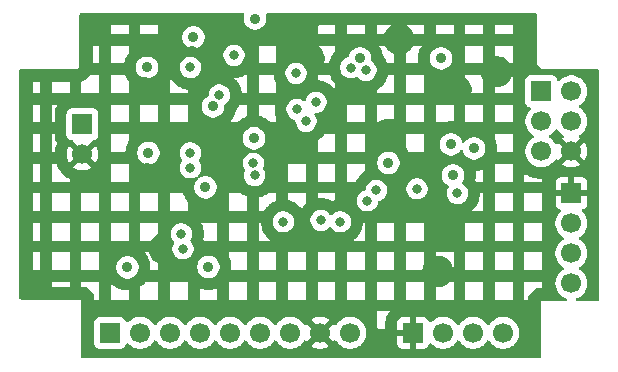
<source format=gbl>
%TF.GenerationSoftware,KiCad,Pcbnew,9.0.5*%
%TF.CreationDate,2025-10-31T12:22:54+09:00*%
%TF.ProjectId,MCU_Datalogger,4d43555f-4461-4746-916c-6f676765722e,1*%
%TF.SameCoordinates,Original*%
%TF.FileFunction,Copper,L4,Bot*%
%TF.FilePolarity,Positive*%
%FSLAX46Y46*%
G04 Gerber Fmt 4.6, Leading zero omitted, Abs format (unit mm)*
G04 Created by KiCad (PCBNEW 9.0.5) date 2025-10-31 12:22:54*
%MOMM*%
%LPD*%
G01*
G04 APERTURE LIST*
%TA.AperFunction,ComponentPad*%
%ADD10R,1.700000X1.700000*%
%TD*%
%TA.AperFunction,ComponentPad*%
%ADD11C,1.700000*%
%TD*%
%TA.AperFunction,ViaPad*%
%ADD12C,0.900000*%
%TD*%
%TA.AperFunction,ViaPad*%
%ADD13C,0.800000*%
%TD*%
G04 APERTURE END LIST*
D10*
%TO.P,J3,1,Pin_1*%
%TO.N,GND*%
X169607000Y-86995000D03*
D11*
%TO.P,J3,2,Pin_2*%
%TO.N,/VCC*%
X172147000Y-86995000D03*
%TO.P,J3,3,Pin_3*%
%TO.N,/RX*%
X174687000Y-86995000D03*
%TO.P,J3,4,Pin_4*%
%TO.N,/TX*%
X177227000Y-86995000D03*
%TD*%
D10*
%TO.P,BAT1,1*%
%TO.N,/VCC*%
X141605000Y-69337000D03*
D11*
%TO.P,BAT1,2*%
%TO.N,GND*%
X141605000Y-71877000D03*
%TD*%
D10*
%TO.P,J4,1,Pin_1*%
%TO.N,/MISO*%
X180457000Y-66548000D03*
D11*
%TO.P,J4,2,Pin_2*%
%TO.N,/VCC*%
X182997000Y-66548000D03*
%TO.P,J4,3,Pin_3*%
%TO.N,/SCK*%
X180457000Y-69088000D03*
%TO.P,J4,4,Pin_4*%
%TO.N,/MOSI*%
X182997000Y-69088000D03*
%TO.P,J4,5,Pin_5*%
%TO.N,/RESET*%
X180457000Y-71628000D03*
%TO.P,J4,6,Pin_6*%
%TO.N,GND*%
X182997000Y-71628000D03*
%TD*%
D10*
%TO.P,J1,1,Pin_1*%
%TO.N,GND*%
X183007000Y-75184000D03*
D11*
%TO.P,J1,2,Pin_2*%
%TO.N,/VCC*%
X183007000Y-77724000D03*
%TO.P,J1,3,Pin_3*%
%TO.N,/SDA*%
X183007000Y-80264000D03*
%TO.P,J1,4,Pin_4*%
%TO.N,/SCK*%
X183007000Y-82804000D03*
%TD*%
D10*
%TO.P,J2,1,Pin_1*%
%TO.N,/D2*%
X143953000Y-86995000D03*
D11*
%TO.P,J2,2,Pin_2*%
%TO.N,/D3*%
X146493000Y-86995000D03*
%TO.P,J2,3,Pin_3*%
%TO.N,/D4*%
X149033000Y-86995000D03*
%TO.P,J2,4,Pin_4*%
%TO.N,/D5*%
X151573000Y-86995000D03*
%TO.P,J2,5,Pin_5*%
%TO.N,/D6*%
X154113000Y-86995000D03*
%TO.P,J2,6,Pin_6*%
%TO.N,/D7*%
X156653000Y-86995000D03*
%TO.P,J2,7,Pin_7*%
%TO.N,/D8*%
X159193000Y-86995000D03*
%TO.P,J2,8,Pin_8*%
%TO.N,GND*%
X161733000Y-86995000D03*
%TO.P,J2,9,Pin_9*%
%TO.N,/VCC*%
X164273000Y-86995000D03*
%TD*%
D12*
%TO.N,GND*%
X147066000Y-63246000D03*
X171704000Y-81788000D03*
X158496000Y-60706000D03*
X148527000Y-79883000D03*
X147066000Y-73025000D03*
X176657000Y-64897000D03*
X159385000Y-69469000D03*
X150876000Y-63119000D03*
X167513000Y-70201000D03*
X171958000Y-78168000D03*
X168402000Y-62103000D03*
X160274000Y-60833000D03*
X151574000Y-70485000D03*
X159131000Y-70993000D03*
X160782000Y-63754000D03*
X173228000Y-66421000D03*
X146939000Y-65786000D03*
%TO.N,/VCC*%
X147193000Y-71755000D03*
X147066000Y-64516000D03*
X145414986Y-81448713D03*
X165100000Y-63754000D03*
X156210000Y-60386000D03*
X171958000Y-63754000D03*
X152019000Y-74676000D03*
X152654000Y-67818000D03*
X156122614Y-70524614D03*
X174752000Y-71374000D03*
X172795364Y-71044636D03*
X172974000Y-73660000D03*
X151003000Y-61976000D03*
X167513000Y-72601000D03*
X152273000Y-81407000D03*
D13*
%TO.N,Net-(U4-PB6)*%
X158623000Y-77597000D03*
X156083000Y-72644000D03*
%TO.N,Net-(U4-PB7)*%
X161798000Y-77470000D03*
X163449000Y-77597000D03*
X156173000Y-73660000D03*
X159684500Y-65024000D03*
%TO.N,/SCK*%
X150749000Y-64516000D03*
X154432000Y-63500000D03*
X164322181Y-64531819D03*
X173355000Y-75184000D03*
X169926000Y-74803000D03*
X150749000Y-71755000D03*
X149987000Y-78613000D03*
%TO.N,/SDA*%
X165608000Y-64770000D03*
X150749000Y-73025000D03*
X150114000Y-79883000D03*
X153199754Y-66862930D03*
%TO.N,/TX*%
X159766000Y-68072000D03*
%TO.N,/RX*%
X160528000Y-69088000D03*
%TO.N,/MISO*%
X166497000Y-74930000D03*
%TO.N,/MOSI*%
X165735000Y-75819000D03*
%TO.N,/RESET*%
X161384085Y-67474001D03*
%TD*%
%TA.AperFunction,Conductor*%
%TO.N,GND*%
G36*
X181798444Y-69741999D02*
G01*
X181837484Y-69787054D01*
X181841591Y-69795115D01*
X181841951Y-69795820D01*
X181966890Y-69967786D01*
X182117213Y-70118109D01*
X182289179Y-70243048D01*
X182289181Y-70243049D01*
X182289184Y-70243051D01*
X182298493Y-70247794D01*
X182349290Y-70295766D01*
X182366087Y-70363587D01*
X182343552Y-70429722D01*
X182298505Y-70468760D01*
X182289446Y-70473376D01*
X182289440Y-70473380D01*
X182235282Y-70512727D01*
X182235282Y-70512728D01*
X182867591Y-71145037D01*
X182804007Y-71162075D01*
X182689993Y-71227901D01*
X182596901Y-71320993D01*
X182531075Y-71435007D01*
X182514037Y-71498591D01*
X181881728Y-70866282D01*
X181881727Y-70866282D01*
X181842380Y-70920440D01*
X181842376Y-70920446D01*
X181837760Y-70929505D01*
X181789781Y-70980297D01*
X181721959Y-70997087D01*
X181655826Y-70974543D01*
X181616794Y-70929493D01*
X181612051Y-70920184D01*
X181612049Y-70920181D01*
X181612048Y-70920179D01*
X181487109Y-70748213D01*
X181336786Y-70597890D01*
X181164820Y-70472951D01*
X181156600Y-70468763D01*
X181156054Y-70468485D01*
X181105259Y-70420512D01*
X181088463Y-70352692D01*
X181110999Y-70286556D01*
X181156054Y-70247515D01*
X181164816Y-70243051D01*
X181245405Y-70184500D01*
X181336786Y-70118109D01*
X181336788Y-70118106D01*
X181336792Y-70118104D01*
X181487104Y-69967792D01*
X181487106Y-69967788D01*
X181487109Y-69967786D01*
X181612048Y-69795820D01*
X181612047Y-69795820D01*
X181612051Y-69795816D01*
X181616514Y-69787054D01*
X181664488Y-69736259D01*
X181732308Y-69719463D01*
X181798444Y-69741999D01*
G37*
%TD.AperFunction*%
%TA.AperFunction,Conductor*%
G36*
X155248835Y-59956185D02*
G01*
X155294590Y-60008989D01*
X155304534Y-60078147D01*
X155297741Y-60102905D01*
X155297795Y-60102922D01*
X155297184Y-60104935D01*
X155296356Y-60107954D01*
X155296028Y-60108743D01*
X155296025Y-60108756D01*
X155259500Y-60292379D01*
X155259500Y-60479620D01*
X155296025Y-60663243D01*
X155296027Y-60663251D01*
X155367676Y-60836228D01*
X155367681Y-60836237D01*
X155471697Y-60991907D01*
X155471700Y-60991911D01*
X155604088Y-61124299D01*
X155604092Y-61124302D01*
X155759762Y-61228318D01*
X155759771Y-61228323D01*
X155782409Y-61237700D01*
X155932749Y-61299973D01*
X156116379Y-61336499D01*
X156116383Y-61336500D01*
X156116384Y-61336500D01*
X156303617Y-61336500D01*
X156303618Y-61336499D01*
X156487251Y-61299973D01*
X156521376Y-61285838D01*
X161519000Y-61285838D01*
X161519000Y-61686500D01*
X163021000Y-61686500D01*
X164019000Y-61686500D01*
X165521000Y-61686500D01*
X166519000Y-61686500D01*
X167145193Y-61686500D01*
X167171985Y-61604042D01*
X167179431Y-61586065D01*
X167265183Y-61417768D01*
X167275350Y-61401178D01*
X167386373Y-61248367D01*
X167399010Y-61233571D01*
X167532571Y-61100010D01*
X167547367Y-61087373D01*
X167700178Y-60976350D01*
X167716768Y-60966183D01*
X167778949Y-60934500D01*
X169025051Y-60934500D01*
X169087232Y-60966183D01*
X169103822Y-60976350D01*
X169256633Y-61087373D01*
X169271429Y-61100010D01*
X169404990Y-61233571D01*
X169417627Y-61248367D01*
X169528650Y-61401178D01*
X169538817Y-61417768D01*
X169624569Y-61586065D01*
X169632015Y-61604042D01*
X169658807Y-61686500D01*
X170521000Y-61686500D01*
X171519000Y-61686500D01*
X173021000Y-61686500D01*
X174019000Y-61686500D01*
X175521000Y-61686500D01*
X176519000Y-61686500D01*
X178021000Y-61686500D01*
X178021000Y-60934500D01*
X176519000Y-60934500D01*
X176519000Y-61686500D01*
X175521000Y-61686500D01*
X175521000Y-60934500D01*
X174019000Y-60934500D01*
X174019000Y-61686500D01*
X173021000Y-61686500D01*
X173021000Y-60934500D01*
X171519000Y-60934500D01*
X171519000Y-61686500D01*
X170521000Y-61686500D01*
X170521000Y-60934500D01*
X169025051Y-60934500D01*
X167778949Y-60934500D01*
X166519000Y-60934500D01*
X166519000Y-61686500D01*
X165521000Y-61686500D01*
X165521000Y-60934500D01*
X164019000Y-60934500D01*
X164019000Y-61686500D01*
X163021000Y-61686500D01*
X163021000Y-60934500D01*
X161597444Y-60934500D01*
X161596473Y-60946840D01*
X161566925Y-61133399D01*
X161562383Y-61152319D01*
X161519000Y-61285838D01*
X156521376Y-61285838D01*
X156660231Y-61228322D01*
X156815908Y-61124302D01*
X156948302Y-60991908D01*
X157052322Y-60836231D01*
X157123973Y-60663251D01*
X157160500Y-60479616D01*
X157160500Y-60292384D01*
X157123973Y-60108749D01*
X157123644Y-60107954D01*
X157123595Y-60107506D01*
X157122205Y-60102922D01*
X157123074Y-60102658D01*
X157116174Y-60038485D01*
X157147448Y-59976005D01*
X157207537Y-59940352D01*
X157238204Y-59936500D01*
X179962000Y-59936500D01*
X180029039Y-59956185D01*
X180074794Y-60008989D01*
X180086000Y-60060500D01*
X180086000Y-64262000D01*
X180467000Y-64643000D01*
X185176500Y-64643000D01*
X185243539Y-64662685D01*
X185289294Y-64715489D01*
X185300500Y-64767000D01*
X185300500Y-84204000D01*
X185280815Y-84271039D01*
X185228011Y-84316794D01*
X185176500Y-84328000D01*
X183469823Y-84328000D01*
X183402784Y-84308315D01*
X183357029Y-84255511D01*
X183347085Y-84186353D01*
X183376110Y-84122797D01*
X183431503Y-84086069D01*
X183525412Y-84055557D01*
X183714816Y-83959051D01*
X183736789Y-83943086D01*
X183886786Y-83834109D01*
X183886788Y-83834106D01*
X183886792Y-83834104D01*
X184037104Y-83683792D01*
X184037106Y-83683788D01*
X184037109Y-83683786D01*
X184162048Y-83511820D01*
X184162047Y-83511820D01*
X184162051Y-83511816D01*
X184258557Y-83322412D01*
X184324246Y-83120243D01*
X184357500Y-82910287D01*
X184357500Y-82697713D01*
X184324246Y-82487757D01*
X184258557Y-82285588D01*
X184162051Y-82096184D01*
X184162049Y-82096181D01*
X184162048Y-82096179D01*
X184037109Y-81924213D01*
X183886786Y-81773890D01*
X183714820Y-81648951D01*
X183714115Y-81648591D01*
X183706054Y-81644485D01*
X183655259Y-81596512D01*
X183638463Y-81528692D01*
X183660999Y-81462556D01*
X183706054Y-81423515D01*
X183714816Y-81419051D01*
X183802842Y-81355097D01*
X183886786Y-81294109D01*
X183886788Y-81294106D01*
X183886792Y-81294104D01*
X184037104Y-81143792D01*
X184037106Y-81143788D01*
X184037109Y-81143786D01*
X184162048Y-80971820D01*
X184162047Y-80971820D01*
X184162051Y-80971816D01*
X184258557Y-80782412D01*
X184324246Y-80580243D01*
X184357500Y-80370287D01*
X184357500Y-80157713D01*
X184324246Y-79947757D01*
X184258557Y-79745588D01*
X184162051Y-79556184D01*
X184162049Y-79556181D01*
X184162048Y-79556179D01*
X184037109Y-79384213D01*
X183886786Y-79233890D01*
X183714820Y-79108951D01*
X183714115Y-79108591D01*
X183706054Y-79104485D01*
X183655259Y-79056512D01*
X183638463Y-78988692D01*
X183660999Y-78922556D01*
X183706054Y-78883515D01*
X183714816Y-78879051D01*
X183736789Y-78863086D01*
X183886786Y-78754109D01*
X183886788Y-78754106D01*
X183886792Y-78754104D01*
X184037104Y-78603792D01*
X184037106Y-78603788D01*
X184037109Y-78603786D01*
X184162048Y-78431820D01*
X184162047Y-78431820D01*
X184162051Y-78431816D01*
X184258557Y-78242412D01*
X184324246Y-78040243D01*
X184357500Y-77830287D01*
X184357500Y-77617713D01*
X184324246Y-77407757D01*
X184258557Y-77205588D01*
X184162051Y-77016184D01*
X184162049Y-77016181D01*
X184162048Y-77016179D01*
X184037109Y-76844213D01*
X183923181Y-76730285D01*
X183889696Y-76668962D01*
X183894680Y-76599270D01*
X183936552Y-76543337D01*
X183967529Y-76526422D01*
X184099086Y-76477354D01*
X184099093Y-76477350D01*
X184214187Y-76391190D01*
X184214190Y-76391187D01*
X184300350Y-76276093D01*
X184300354Y-76276086D01*
X184350596Y-76141379D01*
X184350598Y-76141372D01*
X184356999Y-76081844D01*
X184357000Y-76081827D01*
X184357000Y-75434000D01*
X183440012Y-75434000D01*
X183472925Y-75376993D01*
X183507000Y-75249826D01*
X183507000Y-75118174D01*
X183472925Y-74991007D01*
X183440012Y-74934000D01*
X184357000Y-74934000D01*
X184357000Y-74286172D01*
X184356999Y-74286155D01*
X184350598Y-74226627D01*
X184350596Y-74226620D01*
X184300354Y-74091913D01*
X184300350Y-74091906D01*
X184214190Y-73976812D01*
X184214187Y-73976809D01*
X184099093Y-73890649D01*
X184099086Y-73890645D01*
X183964379Y-73840403D01*
X183964372Y-73840401D01*
X183904844Y-73834000D01*
X183257000Y-73834000D01*
X183257000Y-74750988D01*
X183199993Y-74718075D01*
X183072826Y-74684000D01*
X182941174Y-74684000D01*
X182814007Y-74718075D01*
X182757000Y-74750988D01*
X182757000Y-73834000D01*
X182109155Y-73834000D01*
X182049627Y-73840401D01*
X182049620Y-73840403D01*
X181914913Y-73890645D01*
X181914906Y-73890649D01*
X181799812Y-73976809D01*
X181799809Y-73976812D01*
X181713649Y-74091906D01*
X181713645Y-74091913D01*
X181663403Y-74226620D01*
X181663401Y-74226627D01*
X181657000Y-74286155D01*
X181657000Y-74934000D01*
X182573988Y-74934000D01*
X182541075Y-74991007D01*
X182507000Y-75118174D01*
X182507000Y-75249826D01*
X182541075Y-75376993D01*
X182573988Y-75434000D01*
X181657000Y-75434000D01*
X181657000Y-76081844D01*
X181663401Y-76141372D01*
X181663403Y-76141379D01*
X181713645Y-76276086D01*
X181713649Y-76276093D01*
X181799809Y-76391187D01*
X181799812Y-76391190D01*
X181914906Y-76477350D01*
X181914913Y-76477354D01*
X182046470Y-76526422D01*
X182102404Y-76568293D01*
X182126821Y-76633758D01*
X182111969Y-76702031D01*
X182090819Y-76730285D01*
X181976889Y-76844215D01*
X181851951Y-77016179D01*
X181755444Y-77205585D01*
X181689753Y-77407760D01*
X181656500Y-77617713D01*
X181656500Y-77830286D01*
X181689551Y-78038965D01*
X181689754Y-78040243D01*
X181747819Y-78218949D01*
X181755444Y-78242414D01*
X181851951Y-78431820D01*
X181976890Y-78603786D01*
X182127213Y-78754109D01*
X182299182Y-78879050D01*
X182307946Y-78883516D01*
X182358742Y-78931491D01*
X182375536Y-78999312D01*
X182352998Y-79065447D01*
X182307946Y-79104484D01*
X182299182Y-79108949D01*
X182127213Y-79233890D01*
X181976890Y-79384213D01*
X181851951Y-79556179D01*
X181755444Y-79745585D01*
X181755443Y-79745587D01*
X181755443Y-79745588D01*
X181739613Y-79794309D01*
X181689753Y-79947760D01*
X181656500Y-80157713D01*
X181656500Y-80370286D01*
X181687851Y-80568232D01*
X181689754Y-80580243D01*
X181753405Y-80776141D01*
X181755444Y-80782414D01*
X181851951Y-80971820D01*
X181976890Y-81143786D01*
X182127213Y-81294109D01*
X182299182Y-81419050D01*
X182307946Y-81423516D01*
X182358742Y-81471491D01*
X182375536Y-81539312D01*
X182352998Y-81605447D01*
X182307946Y-81644484D01*
X182299182Y-81648949D01*
X182127213Y-81773890D01*
X181976890Y-81924213D01*
X181851951Y-82096179D01*
X181755444Y-82285585D01*
X181689753Y-82487760D01*
X181658593Y-82684500D01*
X181656500Y-82697713D01*
X181656500Y-82910287D01*
X181666534Y-82973644D01*
X181688206Y-83110473D01*
X181689754Y-83120243D01*
X181751603Y-83310595D01*
X181755444Y-83322414D01*
X181851951Y-83511820D01*
X181976890Y-83683786D01*
X182127213Y-83834109D01*
X182299179Y-83959048D01*
X182299181Y-83959049D01*
X182299184Y-83959051D01*
X182488588Y-84055557D01*
X182582496Y-84086069D01*
X182640171Y-84125507D01*
X182667369Y-84189865D01*
X182655454Y-84258712D01*
X182608210Y-84310187D01*
X182544177Y-84328000D01*
X180467000Y-84328000D01*
X180467000Y-89037500D01*
X180447315Y-89104539D01*
X180394511Y-89150294D01*
X180343000Y-89161500D01*
X141602000Y-89161500D01*
X141534961Y-89141815D01*
X141489206Y-89089011D01*
X141478000Y-89037500D01*
X141478000Y-86097135D01*
X142602500Y-86097135D01*
X142602500Y-87892870D01*
X142602501Y-87892876D01*
X142608908Y-87952483D01*
X142659202Y-88087328D01*
X142659206Y-88087335D01*
X142745452Y-88202544D01*
X142745455Y-88202547D01*
X142860664Y-88288793D01*
X142860671Y-88288797D01*
X142995517Y-88339091D01*
X142995516Y-88339091D01*
X143002444Y-88339835D01*
X143055127Y-88345500D01*
X144850872Y-88345499D01*
X144910483Y-88339091D01*
X145045331Y-88288796D01*
X145160546Y-88202546D01*
X145246796Y-88087331D01*
X145295810Y-87955916D01*
X145337681Y-87899984D01*
X145403145Y-87875566D01*
X145471418Y-87890417D01*
X145499673Y-87911569D01*
X145613213Y-88025109D01*
X145785179Y-88150048D01*
X145785181Y-88150049D01*
X145785184Y-88150051D01*
X145974588Y-88246557D01*
X146176757Y-88312246D01*
X146386713Y-88345500D01*
X146386714Y-88345500D01*
X146599286Y-88345500D01*
X146599287Y-88345500D01*
X146809243Y-88312246D01*
X147011412Y-88246557D01*
X147200816Y-88150051D01*
X147287138Y-88087335D01*
X147372786Y-88025109D01*
X147372788Y-88025106D01*
X147372792Y-88025104D01*
X147523104Y-87874792D01*
X147523106Y-87874788D01*
X147523109Y-87874786D01*
X147648048Y-87702820D01*
X147648047Y-87702820D01*
X147648051Y-87702816D01*
X147652514Y-87694054D01*
X147700488Y-87643259D01*
X147768308Y-87626463D01*
X147834444Y-87648999D01*
X147873486Y-87694056D01*
X147877951Y-87702820D01*
X148002890Y-87874786D01*
X148153213Y-88025109D01*
X148325179Y-88150048D01*
X148325181Y-88150049D01*
X148325184Y-88150051D01*
X148514588Y-88246557D01*
X148716757Y-88312246D01*
X148926713Y-88345500D01*
X148926714Y-88345500D01*
X149139286Y-88345500D01*
X149139287Y-88345500D01*
X149349243Y-88312246D01*
X149551412Y-88246557D01*
X149740816Y-88150051D01*
X149827138Y-88087335D01*
X149912786Y-88025109D01*
X149912788Y-88025106D01*
X149912792Y-88025104D01*
X150063104Y-87874792D01*
X150063106Y-87874788D01*
X150063109Y-87874786D01*
X150188048Y-87702820D01*
X150188047Y-87702820D01*
X150188051Y-87702816D01*
X150192514Y-87694054D01*
X150240488Y-87643259D01*
X150308308Y-87626463D01*
X150374444Y-87648999D01*
X150413486Y-87694056D01*
X150417951Y-87702820D01*
X150542890Y-87874786D01*
X150693213Y-88025109D01*
X150865179Y-88150048D01*
X150865181Y-88150049D01*
X150865184Y-88150051D01*
X151054588Y-88246557D01*
X151256757Y-88312246D01*
X151466713Y-88345500D01*
X151466714Y-88345500D01*
X151679286Y-88345500D01*
X151679287Y-88345500D01*
X151889243Y-88312246D01*
X152091412Y-88246557D01*
X152280816Y-88150051D01*
X152367138Y-88087335D01*
X152452786Y-88025109D01*
X152452788Y-88025106D01*
X152452792Y-88025104D01*
X152603104Y-87874792D01*
X152603106Y-87874788D01*
X152603109Y-87874786D01*
X152728048Y-87702820D01*
X152728047Y-87702820D01*
X152728051Y-87702816D01*
X152732514Y-87694054D01*
X152780488Y-87643259D01*
X152848308Y-87626463D01*
X152914444Y-87648999D01*
X152953486Y-87694056D01*
X152957951Y-87702820D01*
X153082890Y-87874786D01*
X153233213Y-88025109D01*
X153405179Y-88150048D01*
X153405181Y-88150049D01*
X153405184Y-88150051D01*
X153594588Y-88246557D01*
X153796757Y-88312246D01*
X154006713Y-88345500D01*
X154006714Y-88345500D01*
X154219286Y-88345500D01*
X154219287Y-88345500D01*
X154429243Y-88312246D01*
X154631412Y-88246557D01*
X154820816Y-88150051D01*
X154907138Y-88087335D01*
X154992786Y-88025109D01*
X154992788Y-88025106D01*
X154992792Y-88025104D01*
X155143104Y-87874792D01*
X155143106Y-87874788D01*
X155143109Y-87874786D01*
X155268048Y-87702820D01*
X155268047Y-87702820D01*
X155268051Y-87702816D01*
X155272514Y-87694054D01*
X155320488Y-87643259D01*
X155388308Y-87626463D01*
X155454444Y-87648999D01*
X155493486Y-87694056D01*
X155497951Y-87702820D01*
X155622890Y-87874786D01*
X155773213Y-88025109D01*
X155945179Y-88150048D01*
X155945181Y-88150049D01*
X155945184Y-88150051D01*
X156134588Y-88246557D01*
X156336757Y-88312246D01*
X156546713Y-88345500D01*
X156546714Y-88345500D01*
X156759286Y-88345500D01*
X156759287Y-88345500D01*
X156969243Y-88312246D01*
X157171412Y-88246557D01*
X157360816Y-88150051D01*
X157447138Y-88087335D01*
X157532786Y-88025109D01*
X157532788Y-88025106D01*
X157532792Y-88025104D01*
X157683104Y-87874792D01*
X157683106Y-87874788D01*
X157683109Y-87874786D01*
X157808048Y-87702820D01*
X157808047Y-87702820D01*
X157808051Y-87702816D01*
X157812514Y-87694054D01*
X157860488Y-87643259D01*
X157928308Y-87626463D01*
X157994444Y-87648999D01*
X158033486Y-87694056D01*
X158037951Y-87702820D01*
X158162890Y-87874786D01*
X158313213Y-88025109D01*
X158485179Y-88150048D01*
X158485181Y-88150049D01*
X158485184Y-88150051D01*
X158674588Y-88246557D01*
X158876757Y-88312246D01*
X159086713Y-88345500D01*
X159086714Y-88345500D01*
X159299286Y-88345500D01*
X159299287Y-88345500D01*
X159509243Y-88312246D01*
X159711412Y-88246557D01*
X159900816Y-88150051D01*
X159987138Y-88087335D01*
X160072786Y-88025109D01*
X160072788Y-88025106D01*
X160072792Y-88025104D01*
X160223104Y-87874792D01*
X160223106Y-87874788D01*
X160223109Y-87874786D01*
X160308890Y-87756717D01*
X160348051Y-87702816D01*
X160352793Y-87693508D01*
X160400763Y-87642711D01*
X160468583Y-87625911D01*
X160534719Y-87648445D01*
X160573763Y-87693500D01*
X160578373Y-87702547D01*
X160617728Y-87756716D01*
X161250037Y-87124408D01*
X161267075Y-87187993D01*
X161332901Y-87302007D01*
X161425993Y-87395099D01*
X161540007Y-87460925D01*
X161603590Y-87477962D01*
X160971282Y-88110269D01*
X160971282Y-88110270D01*
X161025449Y-88149624D01*
X161214782Y-88246095D01*
X161416870Y-88311757D01*
X161626754Y-88345000D01*
X161839246Y-88345000D01*
X162049127Y-88311757D01*
X162049130Y-88311757D01*
X162251217Y-88246095D01*
X162440554Y-88149622D01*
X162494716Y-88110270D01*
X162494717Y-88110270D01*
X161862408Y-87477962D01*
X161925993Y-87460925D01*
X162040007Y-87395099D01*
X162133099Y-87302007D01*
X162198925Y-87187993D01*
X162215962Y-87124409D01*
X162848270Y-87756717D01*
X162848270Y-87756716D01*
X162887622Y-87702555D01*
X162892232Y-87693507D01*
X162940205Y-87642709D01*
X163008025Y-87625912D01*
X163074161Y-87648447D01*
X163113204Y-87693504D01*
X163117949Y-87702817D01*
X163242890Y-87874786D01*
X163393213Y-88025109D01*
X163565179Y-88150048D01*
X163565181Y-88150049D01*
X163565184Y-88150051D01*
X163754588Y-88246557D01*
X163956757Y-88312246D01*
X164166713Y-88345500D01*
X164166714Y-88345500D01*
X164379286Y-88345500D01*
X164379287Y-88345500D01*
X164589243Y-88312246D01*
X164791412Y-88246557D01*
X164980816Y-88150051D01*
X165067138Y-88087335D01*
X165152786Y-88025109D01*
X165152788Y-88025106D01*
X165152792Y-88025104D01*
X165303104Y-87874792D01*
X165303106Y-87874788D01*
X165303109Y-87874786D01*
X165428048Y-87702820D01*
X165428047Y-87702820D01*
X165428051Y-87702816D01*
X165524557Y-87513412D01*
X165590246Y-87311243D01*
X165623500Y-87101287D01*
X165623500Y-86888713D01*
X165590246Y-86678757D01*
X165524557Y-86476588D01*
X165438440Y-86307573D01*
X166519000Y-86307573D01*
X166545455Y-86388993D01*
X166546869Y-86393653D01*
X166554862Y-86421995D01*
X166556089Y-86426700D01*
X166565242Y-86464817D01*
X166566287Y-86469577D01*
X166572036Y-86498477D01*
X166572892Y-86503272D01*
X166601912Y-86686500D01*
X167259000Y-86686500D01*
X167259000Y-86097155D01*
X168257000Y-86097155D01*
X168257000Y-86745000D01*
X169173988Y-86745000D01*
X169141075Y-86802007D01*
X169107000Y-86929174D01*
X169107000Y-87060826D01*
X169141075Y-87187993D01*
X169173988Y-87245000D01*
X168257000Y-87245000D01*
X168257000Y-87892844D01*
X168263401Y-87952372D01*
X168263403Y-87952379D01*
X168313645Y-88087086D01*
X168313649Y-88087093D01*
X168399809Y-88202187D01*
X168399812Y-88202190D01*
X168514906Y-88288350D01*
X168514913Y-88288354D01*
X168649620Y-88338596D01*
X168649627Y-88338598D01*
X168709155Y-88344999D01*
X168709172Y-88345000D01*
X169357000Y-88345000D01*
X169357000Y-87428012D01*
X169414007Y-87460925D01*
X169541174Y-87495000D01*
X169672826Y-87495000D01*
X169799993Y-87460925D01*
X169857000Y-87428012D01*
X169857000Y-88345000D01*
X170504828Y-88345000D01*
X170504844Y-88344999D01*
X170564372Y-88338598D01*
X170564379Y-88338596D01*
X170699086Y-88288354D01*
X170699093Y-88288350D01*
X170814187Y-88202190D01*
X170814190Y-88202187D01*
X170900350Y-88087093D01*
X170900354Y-88087086D01*
X170949422Y-87955529D01*
X170991293Y-87899595D01*
X171056757Y-87875178D01*
X171125030Y-87890030D01*
X171153285Y-87911181D01*
X171267213Y-88025109D01*
X171439179Y-88150048D01*
X171439181Y-88150049D01*
X171439184Y-88150051D01*
X171628588Y-88246557D01*
X171830757Y-88312246D01*
X172040713Y-88345500D01*
X172040714Y-88345500D01*
X172253286Y-88345500D01*
X172253287Y-88345500D01*
X172463243Y-88312246D01*
X172665412Y-88246557D01*
X172854816Y-88150051D01*
X172941138Y-88087335D01*
X173026786Y-88025109D01*
X173026788Y-88025106D01*
X173026792Y-88025104D01*
X173177104Y-87874792D01*
X173177106Y-87874788D01*
X173177109Y-87874786D01*
X173302048Y-87702820D01*
X173302047Y-87702820D01*
X173302051Y-87702816D01*
X173306514Y-87694054D01*
X173354488Y-87643259D01*
X173422308Y-87626463D01*
X173488444Y-87648999D01*
X173527486Y-87694056D01*
X173531951Y-87702820D01*
X173656890Y-87874786D01*
X173807213Y-88025109D01*
X173979179Y-88150048D01*
X173979181Y-88150049D01*
X173979184Y-88150051D01*
X174168588Y-88246557D01*
X174370757Y-88312246D01*
X174580713Y-88345500D01*
X174580714Y-88345500D01*
X174793286Y-88345500D01*
X174793287Y-88345500D01*
X175003243Y-88312246D01*
X175205412Y-88246557D01*
X175394816Y-88150051D01*
X175481138Y-88087335D01*
X175566786Y-88025109D01*
X175566788Y-88025106D01*
X175566792Y-88025104D01*
X175717104Y-87874792D01*
X175717106Y-87874788D01*
X175717109Y-87874786D01*
X175842048Y-87702820D01*
X175842047Y-87702820D01*
X175842051Y-87702816D01*
X175846514Y-87694054D01*
X175894488Y-87643259D01*
X175962308Y-87626463D01*
X176028444Y-87648999D01*
X176067486Y-87694056D01*
X176071951Y-87702820D01*
X176196890Y-87874786D01*
X176347213Y-88025109D01*
X176519179Y-88150048D01*
X176519181Y-88150049D01*
X176519184Y-88150051D01*
X176708588Y-88246557D01*
X176910757Y-88312246D01*
X177120713Y-88345500D01*
X177120714Y-88345500D01*
X177333286Y-88345500D01*
X177333287Y-88345500D01*
X177543243Y-88312246D01*
X177745412Y-88246557D01*
X177934816Y-88150051D01*
X178021138Y-88087335D01*
X178106786Y-88025109D01*
X178106788Y-88025106D01*
X178106792Y-88025104D01*
X178257104Y-87874792D01*
X178257106Y-87874788D01*
X178257109Y-87874786D01*
X178382048Y-87702820D01*
X178382047Y-87702820D01*
X178382051Y-87702816D01*
X178478557Y-87513412D01*
X178544246Y-87311243D01*
X178577500Y-87101287D01*
X178577500Y-86888713D01*
X178544246Y-86678757D01*
X178478557Y-86476588D01*
X178382051Y-86287184D01*
X178382049Y-86287181D01*
X178382048Y-86287179D01*
X178257109Y-86115213D01*
X178106786Y-85964890D01*
X177934820Y-85839951D01*
X177745414Y-85743444D01*
X177745413Y-85743443D01*
X177745412Y-85743443D01*
X177543243Y-85677754D01*
X177543241Y-85677753D01*
X177543240Y-85677753D01*
X177381957Y-85652208D01*
X177333287Y-85644500D01*
X177120713Y-85644500D01*
X177072042Y-85652208D01*
X176910760Y-85677753D01*
X176708585Y-85743444D01*
X176519179Y-85839951D01*
X176347213Y-85964890D01*
X176196890Y-86115213D01*
X176071949Y-86287182D01*
X176067484Y-86295946D01*
X176019509Y-86346742D01*
X175951688Y-86363536D01*
X175885553Y-86340998D01*
X175846516Y-86295946D01*
X175842050Y-86287182D01*
X175717109Y-86115213D01*
X175566786Y-85964890D01*
X175394820Y-85839951D01*
X175205414Y-85743444D01*
X175205413Y-85743443D01*
X175205412Y-85743443D01*
X175003243Y-85677754D01*
X175003241Y-85677753D01*
X175003240Y-85677753D01*
X174841957Y-85652208D01*
X174793287Y-85644500D01*
X174580713Y-85644500D01*
X174532042Y-85652208D01*
X174370760Y-85677753D01*
X174168585Y-85743444D01*
X173979179Y-85839951D01*
X173807213Y-85964890D01*
X173656890Y-86115213D01*
X173531949Y-86287182D01*
X173527484Y-86295946D01*
X173479509Y-86346742D01*
X173411688Y-86363536D01*
X173345553Y-86340998D01*
X173306516Y-86295946D01*
X173302050Y-86287182D01*
X173177109Y-86115213D01*
X173026786Y-85964890D01*
X172854820Y-85839951D01*
X172665414Y-85743444D01*
X172665413Y-85743443D01*
X172665412Y-85743443D01*
X172463243Y-85677754D01*
X172463241Y-85677753D01*
X172463240Y-85677753D01*
X172301957Y-85652208D01*
X172253287Y-85644500D01*
X172040713Y-85644500D01*
X171992042Y-85652208D01*
X171830760Y-85677753D01*
X171628585Y-85743444D01*
X171439179Y-85839951D01*
X171267215Y-85964889D01*
X171153285Y-86078819D01*
X171091962Y-86112303D01*
X171022270Y-86107319D01*
X170966337Y-86065447D01*
X170949422Y-86034470D01*
X170900354Y-85902913D01*
X170900350Y-85902906D01*
X170814190Y-85787812D01*
X170814187Y-85787809D01*
X170699093Y-85701649D01*
X170699086Y-85701645D01*
X170564379Y-85651403D01*
X170564372Y-85651401D01*
X170504844Y-85645000D01*
X169857000Y-85645000D01*
X169857000Y-86561988D01*
X169799993Y-86529075D01*
X169672826Y-86495000D01*
X169541174Y-86495000D01*
X169414007Y-86529075D01*
X169357000Y-86561988D01*
X169357000Y-85645000D01*
X168709155Y-85645000D01*
X168649627Y-85651401D01*
X168649620Y-85651403D01*
X168514913Y-85701645D01*
X168514906Y-85701649D01*
X168399812Y-85787809D01*
X168399809Y-85787812D01*
X168313649Y-85902906D01*
X168313645Y-85902913D01*
X168263403Y-86037620D01*
X168263401Y-86037627D01*
X168257000Y-86097155D01*
X167259000Y-86097155D01*
X167259000Y-86083823D01*
X167259044Y-86080509D01*
X167259580Y-86060461D01*
X167259713Y-86057145D01*
X167261142Y-86030458D01*
X167261364Y-86027144D01*
X167262977Y-86007095D01*
X167263289Y-86003783D01*
X167274455Y-85899931D01*
X167275522Y-85892262D01*
X167283428Y-85846084D01*
X167284972Y-85838499D01*
X167299315Y-85777788D01*
X167301332Y-85770305D01*
X167314942Y-85725436D01*
X167317421Y-85718096D01*
X167391030Y-85520739D01*
X167394419Y-85512559D01*
X167416677Y-85463823D01*
X167420638Y-85455909D01*
X167454815Y-85393319D01*
X167459333Y-85385705D01*
X167488297Y-85340638D01*
X167493345Y-85333368D01*
X167604788Y-85184500D01*
X166519000Y-85184500D01*
X166519000Y-86307573D01*
X165438440Y-86307573D01*
X165428051Y-86287184D01*
X165428049Y-86287181D01*
X165428048Y-86287179D01*
X165303109Y-86115213D01*
X165152786Y-85964890D01*
X164980820Y-85839951D01*
X164791414Y-85743444D01*
X164791413Y-85743443D01*
X164791412Y-85743443D01*
X164589243Y-85677754D01*
X164589241Y-85677753D01*
X164589240Y-85677753D01*
X164427957Y-85652208D01*
X164379287Y-85644500D01*
X164166713Y-85644500D01*
X164118042Y-85652208D01*
X163956760Y-85677753D01*
X163754585Y-85743444D01*
X163565179Y-85839951D01*
X163393213Y-85964890D01*
X163242890Y-86115213D01*
X163117949Y-86287182D01*
X163113202Y-86296499D01*
X163065227Y-86347293D01*
X162997405Y-86364087D01*
X162931271Y-86341548D01*
X162892234Y-86296495D01*
X162887626Y-86287452D01*
X162848270Y-86233282D01*
X162848269Y-86233282D01*
X162215962Y-86865590D01*
X162198925Y-86802007D01*
X162133099Y-86687993D01*
X162040007Y-86594901D01*
X161925993Y-86529075D01*
X161862409Y-86512037D01*
X162494716Y-85879728D01*
X162440550Y-85840375D01*
X162251217Y-85743904D01*
X162049129Y-85678242D01*
X161839246Y-85645000D01*
X161626754Y-85645000D01*
X161416872Y-85678242D01*
X161416869Y-85678242D01*
X161214782Y-85743904D01*
X161025439Y-85840380D01*
X160971282Y-85879727D01*
X160971282Y-85879728D01*
X161603591Y-86512037D01*
X161540007Y-86529075D01*
X161425993Y-86594901D01*
X161332901Y-86687993D01*
X161267075Y-86802007D01*
X161250037Y-86865591D01*
X160617728Y-86233282D01*
X160617727Y-86233282D01*
X160578380Y-86287440D01*
X160578376Y-86287446D01*
X160573760Y-86296505D01*
X160525781Y-86347297D01*
X160457959Y-86364087D01*
X160391826Y-86341543D01*
X160352794Y-86296493D01*
X160348051Y-86287184D01*
X160348049Y-86287181D01*
X160348048Y-86287179D01*
X160223109Y-86115213D01*
X160072786Y-85964890D01*
X159900820Y-85839951D01*
X159711414Y-85743444D01*
X159711413Y-85743443D01*
X159711412Y-85743443D01*
X159509243Y-85677754D01*
X159509241Y-85677753D01*
X159509240Y-85677753D01*
X159347957Y-85652208D01*
X159299287Y-85644500D01*
X159086713Y-85644500D01*
X159038042Y-85652208D01*
X158876760Y-85677753D01*
X158674585Y-85743444D01*
X158485179Y-85839951D01*
X158313213Y-85964890D01*
X158162890Y-86115213D01*
X158037949Y-86287182D01*
X158033484Y-86295946D01*
X157985509Y-86346742D01*
X157917688Y-86363536D01*
X157851553Y-86340998D01*
X157812516Y-86295946D01*
X157808050Y-86287182D01*
X157683109Y-86115213D01*
X157532786Y-85964890D01*
X157360820Y-85839951D01*
X157171414Y-85743444D01*
X157171413Y-85743443D01*
X157171412Y-85743443D01*
X156969243Y-85677754D01*
X156969241Y-85677753D01*
X156969240Y-85677753D01*
X156807957Y-85652208D01*
X156759287Y-85644500D01*
X156546713Y-85644500D01*
X156498042Y-85652208D01*
X156336760Y-85677753D01*
X156134585Y-85743444D01*
X155945179Y-85839951D01*
X155773213Y-85964890D01*
X155622890Y-86115213D01*
X155497949Y-86287182D01*
X155493484Y-86295946D01*
X155445509Y-86346742D01*
X155377688Y-86363536D01*
X155311553Y-86340998D01*
X155272516Y-86295946D01*
X155268050Y-86287182D01*
X155143109Y-86115213D01*
X154992786Y-85964890D01*
X154820820Y-85839951D01*
X154631414Y-85743444D01*
X154631413Y-85743443D01*
X154631412Y-85743443D01*
X154429243Y-85677754D01*
X154429241Y-85677753D01*
X154429240Y-85677753D01*
X154267957Y-85652208D01*
X154219287Y-85644500D01*
X154006713Y-85644500D01*
X153958042Y-85652208D01*
X153796760Y-85677753D01*
X153594585Y-85743444D01*
X153405179Y-85839951D01*
X153233213Y-85964890D01*
X153082890Y-86115213D01*
X152957949Y-86287182D01*
X152953484Y-86295946D01*
X152905509Y-86346742D01*
X152837688Y-86363536D01*
X152771553Y-86340998D01*
X152732516Y-86295946D01*
X152728050Y-86287182D01*
X152603109Y-86115213D01*
X152452786Y-85964890D01*
X152280820Y-85839951D01*
X152091414Y-85743444D01*
X152091413Y-85743443D01*
X152091412Y-85743443D01*
X151889243Y-85677754D01*
X151889241Y-85677753D01*
X151889240Y-85677753D01*
X151727957Y-85652208D01*
X151679287Y-85644500D01*
X151466713Y-85644500D01*
X151418042Y-85652208D01*
X151256760Y-85677753D01*
X151054585Y-85743444D01*
X150865179Y-85839951D01*
X150693213Y-85964890D01*
X150542890Y-86115213D01*
X150417949Y-86287182D01*
X150413484Y-86295946D01*
X150365509Y-86346742D01*
X150297688Y-86363536D01*
X150231553Y-86340998D01*
X150192516Y-86295946D01*
X150188050Y-86287182D01*
X150063109Y-86115213D01*
X149912786Y-85964890D01*
X149740820Y-85839951D01*
X149551414Y-85743444D01*
X149551413Y-85743443D01*
X149551412Y-85743443D01*
X149349243Y-85677754D01*
X149349241Y-85677753D01*
X149349240Y-85677753D01*
X149187957Y-85652208D01*
X149139287Y-85644500D01*
X148926713Y-85644500D01*
X148878042Y-85652208D01*
X148716760Y-85677753D01*
X148514585Y-85743444D01*
X148325179Y-85839951D01*
X148153213Y-85964890D01*
X148002890Y-86115213D01*
X147877949Y-86287182D01*
X147873484Y-86295946D01*
X147825509Y-86346742D01*
X147757688Y-86363536D01*
X147691553Y-86340998D01*
X147652516Y-86295946D01*
X147648050Y-86287182D01*
X147523109Y-86115213D01*
X147372786Y-85964890D01*
X147200820Y-85839951D01*
X147011414Y-85743444D01*
X147011413Y-85743443D01*
X147011412Y-85743443D01*
X146809243Y-85677754D01*
X146809241Y-85677753D01*
X146809240Y-85677753D01*
X146647957Y-85652208D01*
X146599287Y-85644500D01*
X146386713Y-85644500D01*
X146338042Y-85652208D01*
X146176760Y-85677753D01*
X145974585Y-85743444D01*
X145785179Y-85839951D01*
X145613215Y-85964889D01*
X145499673Y-86078431D01*
X145438350Y-86111915D01*
X145368658Y-86106931D01*
X145312725Y-86065059D01*
X145295810Y-86034082D01*
X145246797Y-85902671D01*
X145246793Y-85902664D01*
X145160547Y-85787455D01*
X145160544Y-85787452D01*
X145045335Y-85701206D01*
X145045328Y-85701202D01*
X144910482Y-85650908D01*
X144910483Y-85650908D01*
X144850883Y-85644501D01*
X144850881Y-85644500D01*
X144850873Y-85644500D01*
X144850864Y-85644500D01*
X143055129Y-85644500D01*
X143055123Y-85644501D01*
X142995516Y-85650908D01*
X142860671Y-85701202D01*
X142860664Y-85701206D01*
X142745455Y-85787452D01*
X142745452Y-85787455D01*
X142659206Y-85902664D01*
X142659202Y-85902671D01*
X142608908Y-86037517D01*
X142602501Y-86097116D01*
X142602500Y-86097135D01*
X141478000Y-86097135D01*
X141478000Y-84201000D01*
X136449362Y-84201000D01*
X136382323Y-84181315D01*
X136361681Y-84164681D01*
X136307319Y-84110319D01*
X136273834Y-84048996D01*
X136271000Y-84022638D01*
X136271000Y-83077000D01*
X139019000Y-83077000D01*
X140521000Y-83077000D01*
X141519000Y-83077000D01*
X141892214Y-83077000D01*
X141959253Y-83096685D01*
X141979895Y-83113319D01*
X142565681Y-83699105D01*
X142599166Y-83760428D01*
X142602000Y-83786786D01*
X142602000Y-84186500D01*
X143021000Y-84186500D01*
X144019000Y-84186500D01*
X145521000Y-84186500D01*
X145521000Y-83397213D01*
X145296868Y-83397213D01*
X145290786Y-83397064D01*
X145254011Y-83395258D01*
X145247940Y-83394810D01*
X145199171Y-83390007D01*
X145193128Y-83389262D01*
X145156700Y-83383858D01*
X145150705Y-83382817D01*
X144918999Y-83336728D01*
X144913062Y-83335395D01*
X144877334Y-83326446D01*
X144871464Y-83324822D01*
X144824568Y-83310595D01*
X144818789Y-83308686D01*
X144784127Y-83296283D01*
X144778451Y-83294093D01*
X144560203Y-83203692D01*
X144554640Y-83201226D01*
X144521360Y-83185486D01*
X144515925Y-83182750D01*
X144472704Y-83159649D01*
X144467408Y-83156649D01*
X144435816Y-83137714D01*
X144430672Y-83134457D01*
X144310971Y-83054475D01*
X146519000Y-83054475D01*
X146519000Y-84186500D01*
X148021000Y-84186500D01*
X149019000Y-84186500D01*
X150521000Y-84186500D01*
X151519000Y-84186500D01*
X153021000Y-84186500D01*
X154019000Y-84186500D01*
X155521000Y-84186500D01*
X156519000Y-84186500D01*
X158021000Y-84186500D01*
X159019000Y-84186500D01*
X160521000Y-84186500D01*
X161519000Y-84186500D01*
X163021000Y-84186500D01*
X164019000Y-84186500D01*
X165521000Y-84186500D01*
X166519000Y-84186500D01*
X168021000Y-84186500D01*
X169019000Y-84186500D01*
X170521000Y-84186500D01*
X170521000Y-83099202D01*
X171519000Y-83099202D01*
X171519000Y-84186500D01*
X173021000Y-84186500D01*
X174019000Y-84186500D01*
X175521000Y-84186500D01*
X176519000Y-84186500D01*
X178021000Y-84186500D01*
X179019000Y-84186500D01*
X179343000Y-84186500D01*
X179343000Y-83913786D01*
X179362685Y-83846747D01*
X179379319Y-83826105D01*
X179965105Y-83240319D01*
X180026428Y-83206834D01*
X180052786Y-83204000D01*
X180521000Y-83204000D01*
X180521000Y-82684500D01*
X179019000Y-82684500D01*
X179019000Y-84186500D01*
X178021000Y-84186500D01*
X178021000Y-82684500D01*
X176519000Y-82684500D01*
X176519000Y-84186500D01*
X175521000Y-84186500D01*
X175521000Y-82684500D01*
X174019000Y-82684500D01*
X174019000Y-84186500D01*
X173021000Y-84186500D01*
X173021000Y-82684500D01*
X172679919Y-82684500D01*
X172573429Y-82790990D01*
X172558633Y-82803627D01*
X172405822Y-82914650D01*
X172389232Y-82924817D01*
X172220935Y-83010569D01*
X172202958Y-83018015D01*
X172023319Y-83076383D01*
X172004399Y-83080925D01*
X171817840Y-83110473D01*
X171798442Y-83112000D01*
X171609558Y-83112000D01*
X171590160Y-83110473D01*
X171519000Y-83099202D01*
X170521000Y-83099202D01*
X170521000Y-82684500D01*
X169019000Y-82684500D01*
X169019000Y-84186500D01*
X168021000Y-84186500D01*
X168021000Y-82684500D01*
X166519000Y-82684500D01*
X166519000Y-84186500D01*
X165521000Y-84186500D01*
X165521000Y-82684500D01*
X164019000Y-82684500D01*
X164019000Y-84186500D01*
X163021000Y-84186500D01*
X163021000Y-82684500D01*
X161519000Y-82684500D01*
X161519000Y-84186500D01*
X160521000Y-84186500D01*
X160521000Y-82684500D01*
X159019000Y-82684500D01*
X159019000Y-84186500D01*
X158021000Y-84186500D01*
X158021000Y-82684500D01*
X156519000Y-82684500D01*
X156519000Y-84186500D01*
X155521000Y-84186500D01*
X155521000Y-82684500D01*
X154019000Y-82684500D01*
X154019000Y-84186500D01*
X153021000Y-84186500D01*
X153021000Y-83206209D01*
X152909535Y-83252380D01*
X152903859Y-83254570D01*
X152869197Y-83266973D01*
X152863418Y-83268882D01*
X152816522Y-83283109D01*
X152810652Y-83284733D01*
X152774924Y-83293682D01*
X152768987Y-83295015D01*
X152537281Y-83341104D01*
X152531286Y-83342145D01*
X152494858Y-83347549D01*
X152488815Y-83348294D01*
X152440046Y-83353097D01*
X152433975Y-83353545D01*
X152397200Y-83355351D01*
X152391118Y-83355500D01*
X152154882Y-83355500D01*
X152148800Y-83355351D01*
X152112025Y-83353545D01*
X152105954Y-83353097D01*
X152057185Y-83348294D01*
X152051142Y-83347549D01*
X152014714Y-83342145D01*
X152008719Y-83341104D01*
X151777013Y-83295015D01*
X151771076Y-83293682D01*
X151735348Y-83284733D01*
X151729478Y-83283109D01*
X151682582Y-83268882D01*
X151676803Y-83266973D01*
X151642141Y-83254570D01*
X151636465Y-83252380D01*
X151519000Y-83203724D01*
X151519000Y-84186500D01*
X150521000Y-84186500D01*
X150521000Y-82684500D01*
X149019000Y-82684500D01*
X149019000Y-84186500D01*
X148021000Y-84186500D01*
X148021000Y-82684500D01*
X146927416Y-82684500D01*
X146909211Y-82706683D01*
X146905237Y-82711290D01*
X146880506Y-82738577D01*
X146876308Y-82742986D01*
X146709259Y-82910035D01*
X146704850Y-82914233D01*
X146677563Y-82938964D01*
X146672956Y-82942938D01*
X146635074Y-82974027D01*
X146630274Y-82977773D01*
X146600700Y-82999706D01*
X146595726Y-83003209D01*
X146519000Y-83054475D01*
X144310971Y-83054475D01*
X144234246Y-83003209D01*
X144229272Y-82999706D01*
X144199698Y-82977773D01*
X144194898Y-82974027D01*
X144157016Y-82942938D01*
X144152409Y-82938964D01*
X144125122Y-82914233D01*
X144120713Y-82910035D01*
X144019000Y-82808322D01*
X144019000Y-84186500D01*
X143021000Y-84186500D01*
X143021000Y-82684500D01*
X141519000Y-82684500D01*
X141519000Y-83077000D01*
X140521000Y-83077000D01*
X140521000Y-82684500D01*
X139019000Y-82684500D01*
X139019000Y-83077000D01*
X136271000Y-83077000D01*
X136271000Y-81686500D01*
X137395000Y-81686500D01*
X138021000Y-81686500D01*
X139019000Y-81686500D01*
X140521000Y-81686500D01*
X141519000Y-81686500D01*
X143021000Y-81686500D01*
X143021000Y-81355092D01*
X144464486Y-81355092D01*
X144464486Y-81542333D01*
X144501011Y-81725956D01*
X144501013Y-81725964D01*
X144572662Y-81898941D01*
X144572667Y-81898950D01*
X144676683Y-82054620D01*
X144676686Y-82054624D01*
X144809074Y-82187012D01*
X144809078Y-82187015D01*
X144964748Y-82291031D01*
X144964754Y-82291034D01*
X144964755Y-82291035D01*
X145137735Y-82362686D01*
X145321365Y-82399212D01*
X145321369Y-82399213D01*
X145321370Y-82399213D01*
X145508603Y-82399213D01*
X145508604Y-82399212D01*
X145692237Y-82362686D01*
X145865217Y-82291035D01*
X146020894Y-82187015D01*
X146153288Y-82054621D01*
X146257308Y-81898944D01*
X146328959Y-81725964D01*
X146365486Y-81542329D01*
X146365486Y-81355097D01*
X146328959Y-81171462D01*
X146257308Y-80998482D01*
X146257307Y-80998481D01*
X146257304Y-80998475D01*
X146153288Y-80842805D01*
X146153285Y-80842801D01*
X146020897Y-80710413D01*
X146020893Y-80710410D01*
X145865223Y-80606394D01*
X145865214Y-80606389D01*
X145692237Y-80534740D01*
X145692229Y-80534738D01*
X145508606Y-80498213D01*
X145508602Y-80498213D01*
X145321370Y-80498213D01*
X145321365Y-80498213D01*
X145137742Y-80534738D01*
X145137734Y-80534740D01*
X144964757Y-80606389D01*
X144964748Y-80606394D01*
X144809078Y-80710410D01*
X144809074Y-80710413D01*
X144676686Y-80842801D01*
X144676683Y-80842805D01*
X144572667Y-80998475D01*
X144572662Y-80998484D01*
X144501013Y-81171461D01*
X144501011Y-81171469D01*
X144464486Y-81355092D01*
X143021000Y-81355092D01*
X143021000Y-80184500D01*
X146903754Y-80184500D01*
X146905237Y-80186136D01*
X146909211Y-80190743D01*
X146940300Y-80228625D01*
X146944046Y-80233425D01*
X146965979Y-80262999D01*
X146969482Y-80267973D01*
X147100730Y-80464399D01*
X147103987Y-80469543D01*
X147122922Y-80501135D01*
X147125922Y-80506431D01*
X147149023Y-80549652D01*
X147151759Y-80555087D01*
X147167499Y-80588367D01*
X147169965Y-80593930D01*
X147260366Y-80812178D01*
X147262556Y-80817854D01*
X147274959Y-80852516D01*
X147276868Y-80858295D01*
X147291095Y-80905191D01*
X147292719Y-80911061D01*
X147301668Y-80946789D01*
X147303001Y-80952726D01*
X147349090Y-81184432D01*
X147350131Y-81190427D01*
X147355535Y-81226855D01*
X147356280Y-81232898D01*
X147361083Y-81281667D01*
X147361531Y-81287738D01*
X147363337Y-81324513D01*
X147363486Y-81330595D01*
X147363486Y-81566831D01*
X147363337Y-81572913D01*
X147361531Y-81609688D01*
X147361083Y-81615759D01*
X147356280Y-81664528D01*
X147355535Y-81670571D01*
X147353172Y-81686500D01*
X148021000Y-81686500D01*
X148021000Y-81313379D01*
X151322500Y-81313379D01*
X151322500Y-81500620D01*
X151359025Y-81684243D01*
X151359027Y-81684251D01*
X151430676Y-81857228D01*
X151430681Y-81857237D01*
X151534697Y-82012907D01*
X151534700Y-82012911D01*
X151667088Y-82145299D01*
X151667092Y-82145302D01*
X151822762Y-82249318D01*
X151822768Y-82249321D01*
X151822769Y-82249322D01*
X151995749Y-82320973D01*
X152179379Y-82357499D01*
X152179383Y-82357500D01*
X152179384Y-82357500D01*
X152366617Y-82357500D01*
X152366618Y-82357499D01*
X152550251Y-82320973D01*
X152723231Y-82249322D01*
X152878908Y-82145302D01*
X153011302Y-82012908D01*
X153115322Y-81857231D01*
X153186973Y-81684251D01*
X153223500Y-81500616D01*
X153223500Y-81313384D01*
X153186973Y-81129749D01*
X153115322Y-80956769D01*
X153115321Y-80956768D01*
X153115318Y-80956762D01*
X153011302Y-80801092D01*
X153011299Y-80801088D01*
X152878911Y-80668700D01*
X152878907Y-80668697D01*
X152723237Y-80564681D01*
X152723228Y-80564676D01*
X152646472Y-80532883D01*
X154019000Y-80532883D01*
X154025513Y-80546654D01*
X154027979Y-80552217D01*
X154118380Y-80770465D01*
X154120570Y-80776141D01*
X154132973Y-80810803D01*
X154134882Y-80816582D01*
X154149109Y-80863478D01*
X154150733Y-80869348D01*
X154159682Y-80905076D01*
X154161015Y-80911013D01*
X154207104Y-81142719D01*
X154208145Y-81148714D01*
X154213549Y-81185142D01*
X154214294Y-81191185D01*
X154219097Y-81239954D01*
X154219545Y-81246025D01*
X154221351Y-81282800D01*
X154221500Y-81288882D01*
X154221500Y-81525118D01*
X154221351Y-81531200D01*
X154219545Y-81567975D01*
X154219097Y-81574046D01*
X154214294Y-81622815D01*
X154213549Y-81628858D01*
X154208145Y-81665286D01*
X154207104Y-81671281D01*
X154204077Y-81686500D01*
X155521000Y-81686500D01*
X156519000Y-81686500D01*
X158021000Y-81686500D01*
X159019000Y-81686500D01*
X160521000Y-81686500D01*
X161519000Y-81686500D01*
X163021000Y-81686500D01*
X164019000Y-81686500D01*
X165521000Y-81686500D01*
X166519000Y-81686500D01*
X168021000Y-81686500D01*
X169019000Y-81686500D01*
X170380556Y-81686500D01*
X174019000Y-81686500D01*
X175521000Y-81686500D01*
X176519000Y-81686500D01*
X178021000Y-81686500D01*
X179019000Y-81686500D01*
X180521000Y-81686500D01*
X180521000Y-80184500D01*
X179019000Y-80184500D01*
X179019000Y-81686500D01*
X178021000Y-81686500D01*
X178021000Y-80184500D01*
X176519000Y-80184500D01*
X176519000Y-81686500D01*
X175521000Y-81686500D01*
X175521000Y-80184500D01*
X174019000Y-80184500D01*
X174019000Y-81686500D01*
X170380556Y-81686500D01*
X170381527Y-81674160D01*
X170411075Y-81487601D01*
X170415617Y-81468681D01*
X170473985Y-81289042D01*
X170481431Y-81271065D01*
X170521000Y-81193406D01*
X170521000Y-80476797D01*
X171519000Y-80476797D01*
X171590160Y-80465527D01*
X171609558Y-80464000D01*
X171798442Y-80464000D01*
X171817840Y-80465527D01*
X172004399Y-80495075D01*
X172023319Y-80499617D01*
X172202958Y-80557985D01*
X172220935Y-80565431D01*
X172389232Y-80651183D01*
X172405822Y-80661350D01*
X172558633Y-80772373D01*
X172573429Y-80785010D01*
X172706990Y-80918571D01*
X172719627Y-80933367D01*
X172830650Y-81086178D01*
X172840817Y-81102768D01*
X172926569Y-81271065D01*
X172934015Y-81289042D01*
X172992383Y-81468681D01*
X172996925Y-81487601D01*
X173021000Y-81639604D01*
X173021000Y-80184500D01*
X171519000Y-80184500D01*
X171519000Y-80476797D01*
X170521000Y-80476797D01*
X170521000Y-80184500D01*
X169019000Y-80184500D01*
X169019000Y-81686500D01*
X168021000Y-81686500D01*
X168021000Y-80184500D01*
X166519000Y-80184500D01*
X166519000Y-81686500D01*
X165521000Y-81686500D01*
X165521000Y-80184500D01*
X164019000Y-80184500D01*
X164019000Y-81686500D01*
X163021000Y-81686500D01*
X163021000Y-80184500D01*
X161519000Y-80184500D01*
X161519000Y-81686500D01*
X160521000Y-81686500D01*
X160521000Y-80184500D01*
X159019000Y-80184500D01*
X159019000Y-81686500D01*
X158021000Y-81686500D01*
X158021000Y-80184500D01*
X156519000Y-80184500D01*
X156519000Y-81686500D01*
X155521000Y-81686500D01*
X155521000Y-80184500D01*
X154019000Y-80184500D01*
X154019000Y-80532883D01*
X152646472Y-80532883D01*
X152550251Y-80493027D01*
X152550243Y-80493025D01*
X152366620Y-80456500D01*
X152366616Y-80456500D01*
X152179384Y-80456500D01*
X152179379Y-80456500D01*
X151995756Y-80493025D01*
X151995748Y-80493027D01*
X151822771Y-80564676D01*
X151822762Y-80564681D01*
X151667092Y-80668697D01*
X151667088Y-80668700D01*
X151534700Y-80801088D01*
X151534697Y-80801092D01*
X151430681Y-80956762D01*
X151430676Y-80956771D01*
X151359027Y-81129748D01*
X151359025Y-81129756D01*
X151322500Y-81313379D01*
X148021000Y-81313379D01*
X148021000Y-81110097D01*
X148010065Y-81105569D01*
X147841768Y-81019817D01*
X147825178Y-81009650D01*
X147672367Y-80898627D01*
X147657571Y-80885990D01*
X147524010Y-80752429D01*
X147511373Y-80737633D01*
X147400350Y-80584822D01*
X147390183Y-80568232D01*
X147304431Y-80399935D01*
X147296985Y-80381958D01*
X147238617Y-80202319D01*
X147234339Y-80184500D01*
X146903754Y-80184500D01*
X143021000Y-80184500D01*
X141519000Y-80184500D01*
X141519000Y-81686500D01*
X140521000Y-81686500D01*
X140521000Y-80184500D01*
X139019000Y-80184500D01*
X139019000Y-81686500D01*
X138021000Y-81686500D01*
X138021000Y-80184500D01*
X137395000Y-80184500D01*
X137395000Y-81686500D01*
X136271000Y-81686500D01*
X136271000Y-79186500D01*
X137395000Y-79186500D01*
X138021000Y-79186500D01*
X139019000Y-79186500D01*
X140521000Y-79186500D01*
X141519000Y-79186500D01*
X143021000Y-79186500D01*
X144019000Y-79186500D01*
X145521000Y-79186500D01*
X146519000Y-79186500D01*
X147397088Y-79186500D01*
X147400350Y-79181178D01*
X147511373Y-79028367D01*
X147524010Y-79013571D01*
X147657571Y-78880010D01*
X147672367Y-78867373D01*
X147825178Y-78756350D01*
X147841768Y-78746183D01*
X148010065Y-78660431D01*
X148021000Y-78655901D01*
X148021000Y-78524304D01*
X149086500Y-78524304D01*
X149086500Y-78701695D01*
X149121103Y-78875658D01*
X149121106Y-78875667D01*
X149188983Y-79039540D01*
X149188990Y-79039553D01*
X149287535Y-79187034D01*
X149287538Y-79187038D01*
X149340545Y-79240044D01*
X149374031Y-79301367D01*
X149369047Y-79371059D01*
X149355968Y-79396616D01*
X149315987Y-79456451D01*
X149315987Y-79456452D01*
X149248106Y-79620332D01*
X149248103Y-79620341D01*
X149213500Y-79794304D01*
X149213500Y-79971695D01*
X149248103Y-80145658D01*
X149248106Y-80145667D01*
X149315983Y-80309540D01*
X149315990Y-80309553D01*
X149414535Y-80457034D01*
X149414538Y-80457038D01*
X149539961Y-80582461D01*
X149539965Y-80582464D01*
X149687446Y-80681009D01*
X149687459Y-80681016D01*
X149810363Y-80731923D01*
X149851334Y-80748894D01*
X149851336Y-80748894D01*
X149851341Y-80748896D01*
X150025304Y-80783499D01*
X150025307Y-80783500D01*
X150025309Y-80783500D01*
X150202693Y-80783500D01*
X150202694Y-80783499D01*
X150268222Y-80770465D01*
X150376658Y-80748896D01*
X150376661Y-80748894D01*
X150376666Y-80748894D01*
X150540547Y-80681013D01*
X150688035Y-80582464D01*
X150813464Y-80457035D01*
X150912013Y-80309547D01*
X150979894Y-80145666D01*
X151014500Y-79971691D01*
X151014500Y-79794309D01*
X151014500Y-79794306D01*
X151014499Y-79794304D01*
X150979896Y-79620341D01*
X150979893Y-79620332D01*
X150912016Y-79456459D01*
X150912009Y-79456446D01*
X150813464Y-79308965D01*
X150813461Y-79308961D01*
X150760453Y-79255953D01*
X150726968Y-79194630D01*
X150731952Y-79124938D01*
X150745028Y-79099386D01*
X150785013Y-79039547D01*
X150852894Y-78875666D01*
X150853553Y-78872357D01*
X150881417Y-78732274D01*
X150887500Y-78701691D01*
X150887500Y-78524309D01*
X150887500Y-78524306D01*
X150887499Y-78524304D01*
X150852896Y-78350341D01*
X150852893Y-78350332D01*
X150785016Y-78186459D01*
X150785009Y-78186446D01*
X150686464Y-78038965D01*
X150686461Y-78038961D01*
X150561038Y-77913538D01*
X150561034Y-77913535D01*
X150413553Y-77814990D01*
X150413540Y-77814983D01*
X150249667Y-77747106D01*
X150249658Y-77747103D01*
X150075694Y-77712500D01*
X150075691Y-77712500D01*
X149898309Y-77712500D01*
X149898306Y-77712500D01*
X149724341Y-77747103D01*
X149724332Y-77747106D01*
X149560459Y-77814983D01*
X149560446Y-77814990D01*
X149412965Y-77913535D01*
X149412961Y-77913538D01*
X149287538Y-78038961D01*
X149287535Y-78038965D01*
X149188990Y-78186446D01*
X149188983Y-78186459D01*
X149121106Y-78350332D01*
X149121103Y-78350341D01*
X149086500Y-78524304D01*
X148021000Y-78524304D01*
X148021000Y-77684500D01*
X151647866Y-77684500D01*
X151650627Y-77689106D01*
X151653627Y-77694401D01*
X151676729Y-77737623D01*
X151679466Y-77743062D01*
X151695206Y-77776344D01*
X151697671Y-77781905D01*
X151784301Y-77991051D01*
X151786491Y-77996728D01*
X151798890Y-78031380D01*
X151800798Y-78037155D01*
X151815025Y-78084048D01*
X151816649Y-78089916D01*
X151825601Y-78125651D01*
X151826935Y-78131592D01*
X151871104Y-78353643D01*
X151872145Y-78359640D01*
X151877549Y-78396071D01*
X151878294Y-78402112D01*
X151883097Y-78450884D01*
X151883545Y-78456954D01*
X151885351Y-78493726D01*
X151885500Y-78499809D01*
X151885500Y-78726191D01*
X151885351Y-78732274D01*
X151883545Y-78769046D01*
X151883097Y-78775116D01*
X151878294Y-78823888D01*
X151877549Y-78829929D01*
X151872145Y-78866360D01*
X151871104Y-78872357D01*
X151831912Y-79069386D01*
X151880421Y-79186500D01*
X153021000Y-79186500D01*
X154019000Y-79186500D01*
X155521000Y-79186500D01*
X156519000Y-79186500D01*
X157584644Y-79186500D01*
X164487356Y-79186500D01*
X165521000Y-79186500D01*
X166519000Y-79186500D01*
X168021000Y-79186500D01*
X169019000Y-79186500D01*
X170521000Y-79186500D01*
X174019000Y-79186500D01*
X175521000Y-79186500D01*
X176519000Y-79186500D01*
X178021000Y-79186500D01*
X179019000Y-79186500D01*
X180521000Y-79186500D01*
X180521000Y-77684500D01*
X179019000Y-77684500D01*
X179019000Y-79186500D01*
X178021000Y-79186500D01*
X178021000Y-77684500D01*
X176519000Y-77684500D01*
X176519000Y-79186500D01*
X175521000Y-79186500D01*
X175521000Y-77684500D01*
X174019000Y-77684500D01*
X174019000Y-79186500D01*
X170521000Y-79186500D01*
X170521000Y-77684500D01*
X169019000Y-77684500D01*
X169019000Y-79186500D01*
X168021000Y-79186500D01*
X168021000Y-77684500D01*
X166519000Y-77684500D01*
X166519000Y-79186500D01*
X165521000Y-79186500D01*
X165521000Y-77709910D01*
X165518071Y-77709549D01*
X165481640Y-77704145D01*
X165475643Y-77703104D01*
X165382115Y-77684500D01*
X165347500Y-77684500D01*
X165347500Y-77710191D01*
X165347351Y-77716274D01*
X165345545Y-77753046D01*
X165345097Y-77759116D01*
X165340294Y-77807888D01*
X165339549Y-77813929D01*
X165334145Y-77850360D01*
X165333104Y-77856357D01*
X165288935Y-78078408D01*
X165287601Y-78084349D01*
X165278649Y-78120084D01*
X165277025Y-78125952D01*
X165262798Y-78172845D01*
X165260890Y-78178620D01*
X165248491Y-78213272D01*
X165246301Y-78218949D01*
X165159671Y-78428095D01*
X165157206Y-78433656D01*
X165141466Y-78466938D01*
X165138729Y-78472377D01*
X165115627Y-78515599D01*
X165112627Y-78520894D01*
X165093691Y-78552488D01*
X165090434Y-78557632D01*
X164964657Y-78745869D01*
X164961153Y-78750845D01*
X164939221Y-78780417D01*
X164935476Y-78785215D01*
X164904387Y-78823097D01*
X164900413Y-78827704D01*
X164875682Y-78854991D01*
X164871484Y-78859400D01*
X164711400Y-79019484D01*
X164706991Y-79023682D01*
X164679704Y-79048413D01*
X164675097Y-79052387D01*
X164637215Y-79083476D01*
X164632417Y-79087221D01*
X164602845Y-79109153D01*
X164597869Y-79112657D01*
X164487356Y-79186500D01*
X157584644Y-79186500D01*
X157474131Y-79112657D01*
X157469155Y-79109153D01*
X157439583Y-79087221D01*
X157434785Y-79083476D01*
X157396903Y-79052387D01*
X157392296Y-79048413D01*
X157365009Y-79023682D01*
X157360600Y-79019484D01*
X157200516Y-78859400D01*
X157196318Y-78854991D01*
X157171587Y-78827704D01*
X157167613Y-78823097D01*
X157136524Y-78785215D01*
X157132779Y-78780417D01*
X157110847Y-78750845D01*
X157107343Y-78745869D01*
X156981566Y-78557632D01*
X156978309Y-78552488D01*
X156959373Y-78520894D01*
X156956373Y-78515599D01*
X156933271Y-78472377D01*
X156930534Y-78466938D01*
X156914794Y-78433656D01*
X156912329Y-78428095D01*
X156825699Y-78218949D01*
X156823509Y-78213272D01*
X156811110Y-78178620D01*
X156809202Y-78172845D01*
X156794975Y-78125952D01*
X156793351Y-78120084D01*
X156784399Y-78084349D01*
X156783065Y-78078408D01*
X156738896Y-77856357D01*
X156737855Y-77850360D01*
X156732451Y-77813929D01*
X156731706Y-77807888D01*
X156726903Y-77759116D01*
X156726455Y-77753046D01*
X156724649Y-77716274D01*
X156724500Y-77710191D01*
X156724500Y-77684500D01*
X156519000Y-77684500D01*
X156519000Y-79186500D01*
X155521000Y-79186500D01*
X155521000Y-77684500D01*
X154019000Y-77684500D01*
X154019000Y-79186500D01*
X153021000Y-79186500D01*
X153021000Y-77684500D01*
X151647866Y-77684500D01*
X148021000Y-77684500D01*
X146519000Y-77684500D01*
X146519000Y-79186500D01*
X145521000Y-79186500D01*
X145521000Y-77684500D01*
X144019000Y-77684500D01*
X144019000Y-79186500D01*
X143021000Y-79186500D01*
X143021000Y-77684500D01*
X141519000Y-77684500D01*
X141519000Y-79186500D01*
X140521000Y-79186500D01*
X140521000Y-77684500D01*
X139019000Y-77684500D01*
X139019000Y-79186500D01*
X138021000Y-79186500D01*
X138021000Y-77684500D01*
X137395000Y-77684500D01*
X137395000Y-79186500D01*
X136271000Y-79186500D01*
X136271000Y-77508304D01*
X157722500Y-77508304D01*
X157722500Y-77685695D01*
X157757103Y-77859658D01*
X157757106Y-77859667D01*
X157824983Y-78023540D01*
X157824990Y-78023553D01*
X157923535Y-78171034D01*
X157923538Y-78171038D01*
X158048961Y-78296461D01*
X158048965Y-78296464D01*
X158196446Y-78395009D01*
X158196459Y-78395016D01*
X158285304Y-78431816D01*
X158360334Y-78462894D01*
X158360336Y-78462894D01*
X158360341Y-78462896D01*
X158534304Y-78497499D01*
X158534307Y-78497500D01*
X158534309Y-78497500D01*
X158711693Y-78497500D01*
X158711694Y-78497499D01*
X158769682Y-78485964D01*
X158885658Y-78462896D01*
X158885661Y-78462894D01*
X158885666Y-78462894D01*
X159049547Y-78395013D01*
X159197035Y-78296464D01*
X159322464Y-78171035D01*
X159421013Y-78023547D01*
X159423662Y-78017153D01*
X159434473Y-77991051D01*
X159488894Y-77859666D01*
X159489553Y-77856357D01*
X159518167Y-77712500D01*
X159523500Y-77685691D01*
X159523500Y-77508309D01*
X159523500Y-77508306D01*
X159523499Y-77508304D01*
X159498237Y-77381304D01*
X160897500Y-77381304D01*
X160897500Y-77558695D01*
X160932103Y-77732658D01*
X160932106Y-77732667D01*
X160999983Y-77896540D01*
X160999990Y-77896553D01*
X161098535Y-78044034D01*
X161098538Y-78044038D01*
X161223961Y-78169461D01*
X161223965Y-78169464D01*
X161371446Y-78268009D01*
X161371459Y-78268016D01*
X161494363Y-78318923D01*
X161535334Y-78335894D01*
X161535336Y-78335894D01*
X161535341Y-78335896D01*
X161709304Y-78370499D01*
X161709307Y-78370500D01*
X161709309Y-78370500D01*
X161886693Y-78370500D01*
X161886694Y-78370499D01*
X161944682Y-78358964D01*
X162060658Y-78335896D01*
X162060661Y-78335894D01*
X162060666Y-78335894D01*
X162224547Y-78268013D01*
X162372035Y-78169464D01*
X162490862Y-78050636D01*
X162552183Y-78017153D01*
X162621875Y-78022137D01*
X162677809Y-78064008D01*
X162681644Y-78069428D01*
X162749535Y-78171034D01*
X162749538Y-78171038D01*
X162874961Y-78296461D01*
X162874965Y-78296464D01*
X163022446Y-78395009D01*
X163022459Y-78395016D01*
X163111304Y-78431816D01*
X163186334Y-78462894D01*
X163186336Y-78462894D01*
X163186341Y-78462896D01*
X163360304Y-78497499D01*
X163360307Y-78497500D01*
X163360309Y-78497500D01*
X163537693Y-78497500D01*
X163537694Y-78497499D01*
X163595682Y-78485964D01*
X163711658Y-78462896D01*
X163711661Y-78462894D01*
X163711666Y-78462894D01*
X163875547Y-78395013D01*
X164023035Y-78296464D01*
X164148464Y-78171035D01*
X164247013Y-78023547D01*
X164249662Y-78017153D01*
X164260473Y-77991051D01*
X164314894Y-77859666D01*
X164315553Y-77856357D01*
X164344167Y-77712500D01*
X164349500Y-77685691D01*
X164349500Y-77508309D01*
X164349500Y-77508306D01*
X164349499Y-77508304D01*
X164314896Y-77334341D01*
X164314893Y-77334332D01*
X164247016Y-77170459D01*
X164247009Y-77170446D01*
X164148464Y-77022965D01*
X164148461Y-77022961D01*
X164023038Y-76897538D01*
X164023034Y-76897535D01*
X163875553Y-76798990D01*
X163875540Y-76798983D01*
X163711667Y-76731106D01*
X163711658Y-76731103D01*
X163537694Y-76696500D01*
X163537691Y-76696500D01*
X163360309Y-76696500D01*
X163360306Y-76696500D01*
X163186341Y-76731103D01*
X163186332Y-76731106D01*
X163022459Y-76798983D01*
X163022446Y-76798990D01*
X162874965Y-76897534D01*
X162756138Y-77016362D01*
X162694815Y-77049846D01*
X162625123Y-77044862D01*
X162569190Y-77002990D01*
X162565355Y-76997571D01*
X162497464Y-76895964D01*
X162372038Y-76770538D01*
X162372034Y-76770535D01*
X162224553Y-76671990D01*
X162224540Y-76671983D01*
X162060667Y-76604106D01*
X162060658Y-76604103D01*
X161886694Y-76569500D01*
X161886691Y-76569500D01*
X161709309Y-76569500D01*
X161709306Y-76569500D01*
X161535341Y-76604103D01*
X161535332Y-76604106D01*
X161371459Y-76671983D01*
X161371446Y-76671990D01*
X161223965Y-76770535D01*
X161223961Y-76770538D01*
X161098538Y-76895961D01*
X161098535Y-76895965D01*
X160999990Y-77043446D01*
X160999983Y-77043459D01*
X160932106Y-77207332D01*
X160932103Y-77207341D01*
X160897500Y-77381304D01*
X159498237Y-77381304D01*
X159488896Y-77334341D01*
X159488893Y-77334332D01*
X159421016Y-77170459D01*
X159421009Y-77170446D01*
X159322464Y-77022965D01*
X159322461Y-77022961D01*
X159197038Y-76897538D01*
X159197034Y-76897535D01*
X159049553Y-76798990D01*
X159049540Y-76798983D01*
X158885667Y-76731106D01*
X158885658Y-76731103D01*
X158711694Y-76696500D01*
X158711691Y-76696500D01*
X158534309Y-76696500D01*
X158534306Y-76696500D01*
X158360341Y-76731103D01*
X158360332Y-76731106D01*
X158196459Y-76798983D01*
X158196446Y-76798990D01*
X158048965Y-76897535D01*
X158048961Y-76897538D01*
X157923538Y-77022961D01*
X157923535Y-77022965D01*
X157824990Y-77170446D01*
X157824983Y-77170459D01*
X157757106Y-77334332D01*
X157757103Y-77334341D01*
X157722500Y-77508304D01*
X136271000Y-77508304D01*
X136271000Y-76686500D01*
X137395000Y-76686500D01*
X138021000Y-76686500D01*
X139019000Y-76686500D01*
X140521000Y-76686500D01*
X141519000Y-76686500D01*
X143021000Y-76686500D01*
X144019000Y-76686500D01*
X145521000Y-76686500D01*
X146519000Y-76686500D01*
X148021000Y-76686500D01*
X149019000Y-76686500D01*
X150521000Y-76686500D01*
X154019000Y-76686500D01*
X155521000Y-76686500D01*
X155521000Y-75526869D01*
X156519000Y-75526869D01*
X156519000Y-76686500D01*
X156952044Y-76686500D01*
X156956373Y-76678401D01*
X156959373Y-76673106D01*
X156978309Y-76641512D01*
X156981566Y-76636368D01*
X157107343Y-76448131D01*
X157110847Y-76443155D01*
X157132779Y-76413583D01*
X157136524Y-76408785D01*
X157167613Y-76370903D01*
X157171587Y-76366296D01*
X157196318Y-76339009D01*
X157200516Y-76334600D01*
X157360600Y-76174516D01*
X157365009Y-76170318D01*
X157392296Y-76145587D01*
X157396903Y-76141613D01*
X157434785Y-76110524D01*
X157439583Y-76106779D01*
X157469155Y-76084847D01*
X157474131Y-76081343D01*
X157662368Y-75955566D01*
X157667512Y-75952309D01*
X157699106Y-75933373D01*
X157704401Y-75930373D01*
X157747623Y-75907271D01*
X157753062Y-75904534D01*
X157786344Y-75888794D01*
X157791905Y-75886329D01*
X158001051Y-75799699D01*
X158006728Y-75797509D01*
X158021000Y-75792402D01*
X158021000Y-75740075D01*
X159019000Y-75740075D01*
X159104409Y-75757065D01*
X159110349Y-75758399D01*
X159146084Y-75767351D01*
X159151952Y-75768975D01*
X159198845Y-75783202D01*
X159204620Y-75785110D01*
X159239272Y-75797509D01*
X159244949Y-75799699D01*
X159454095Y-75886329D01*
X159459656Y-75888794D01*
X159492938Y-75904534D01*
X159498377Y-75907271D01*
X159541599Y-75930373D01*
X159546894Y-75933373D01*
X159578488Y-75952309D01*
X159583632Y-75955566D01*
X159771869Y-76081343D01*
X159776845Y-76084847D01*
X159806417Y-76106779D01*
X159811215Y-76110524D01*
X159849097Y-76141613D01*
X159853704Y-76145587D01*
X159880991Y-76170318D01*
X159885400Y-76174516D01*
X160045484Y-76334600D01*
X160049682Y-76339009D01*
X160074413Y-76366296D01*
X160078387Y-76370903D01*
X160109476Y-76408785D01*
X160113221Y-76413583D01*
X160135153Y-76443155D01*
X160138657Y-76448131D01*
X160168070Y-76492150D01*
X160282343Y-76321131D01*
X160285847Y-76316155D01*
X160307779Y-76286583D01*
X160311524Y-76281785D01*
X160342613Y-76243903D01*
X160346587Y-76239296D01*
X160371318Y-76212009D01*
X160375516Y-76207600D01*
X160521000Y-76062116D01*
X160521000Y-75589803D01*
X161519000Y-75589803D01*
X161538643Y-75585896D01*
X161544640Y-75584855D01*
X161581071Y-75579451D01*
X161587112Y-75578706D01*
X161635884Y-75573903D01*
X161641954Y-75573455D01*
X161678726Y-75571649D01*
X161684809Y-75571500D01*
X161911191Y-75571500D01*
X161917274Y-75571649D01*
X161954046Y-75573455D01*
X161960116Y-75573903D01*
X162008888Y-75578706D01*
X162014929Y-75579451D01*
X162051360Y-75584855D01*
X162057357Y-75585896D01*
X162279408Y-75630065D01*
X162285349Y-75631399D01*
X162321084Y-75640351D01*
X162326952Y-75641975D01*
X162373845Y-75656202D01*
X162379620Y-75658110D01*
X162414272Y-75670509D01*
X162419949Y-75672699D01*
X162629095Y-75759329D01*
X162634656Y-75761794D01*
X162667938Y-75777534D01*
X162673377Y-75780271D01*
X162716599Y-75803373D01*
X162721894Y-75806373D01*
X162753488Y-75825309D01*
X162758128Y-75828247D01*
X162827051Y-75799699D01*
X162832728Y-75797509D01*
X162867380Y-75785110D01*
X162873155Y-75783202D01*
X162920048Y-75768975D01*
X162925916Y-75767351D01*
X162961651Y-75758399D01*
X162967592Y-75757065D01*
X163021000Y-75746441D01*
X163021000Y-75730304D01*
X164834500Y-75730304D01*
X164834500Y-75907695D01*
X164869103Y-76081658D01*
X164869106Y-76081667D01*
X164936983Y-76245540D01*
X164936990Y-76245553D01*
X165035535Y-76393034D01*
X165035538Y-76393038D01*
X165160961Y-76518461D01*
X165160965Y-76518464D01*
X165308446Y-76617009D01*
X165308459Y-76617016D01*
X165362469Y-76639387D01*
X165472334Y-76684894D01*
X165472336Y-76684894D01*
X165472341Y-76684896D01*
X165646304Y-76719499D01*
X165646307Y-76719500D01*
X165646309Y-76719500D01*
X165823693Y-76719500D01*
X165823694Y-76719499D01*
X165881682Y-76707964D01*
X165989594Y-76686500D01*
X174521861Y-76686500D01*
X175521000Y-76686500D01*
X176519000Y-76686500D01*
X178021000Y-76686500D01*
X179019000Y-76686500D01*
X180521000Y-76686500D01*
X180521000Y-75184500D01*
X179019000Y-75184500D01*
X179019000Y-76686500D01*
X178021000Y-76686500D01*
X178021000Y-75184500D01*
X176519000Y-75184500D01*
X176519000Y-76686500D01*
X175521000Y-76686500D01*
X175521000Y-75184500D01*
X175253500Y-75184500D01*
X175253500Y-75297191D01*
X175253351Y-75303274D01*
X175251545Y-75340046D01*
X175251097Y-75346116D01*
X175246294Y-75394888D01*
X175245549Y-75400929D01*
X175240145Y-75437360D01*
X175239104Y-75443357D01*
X175194935Y-75665408D01*
X175193601Y-75671349D01*
X175184649Y-75707084D01*
X175183025Y-75712952D01*
X175168798Y-75759845D01*
X175166890Y-75765620D01*
X175154491Y-75800272D01*
X175152301Y-75805949D01*
X175065671Y-76015095D01*
X175063206Y-76020656D01*
X175047466Y-76053938D01*
X175044729Y-76059377D01*
X175021627Y-76102599D01*
X175018627Y-76107894D01*
X174999691Y-76139488D01*
X174996434Y-76144632D01*
X174870657Y-76332869D01*
X174867153Y-76337845D01*
X174845221Y-76367417D01*
X174841476Y-76372215D01*
X174810387Y-76410097D01*
X174806413Y-76414704D01*
X174781682Y-76441991D01*
X174777484Y-76446400D01*
X174617400Y-76606484D01*
X174612991Y-76610682D01*
X174585704Y-76635413D01*
X174581097Y-76639387D01*
X174543215Y-76670476D01*
X174538417Y-76674221D01*
X174521861Y-76686500D01*
X165989594Y-76686500D01*
X165997658Y-76684896D01*
X165997661Y-76684894D01*
X165997666Y-76684894D01*
X166161547Y-76617013D01*
X166309035Y-76518464D01*
X166434464Y-76393035D01*
X166533013Y-76245547D01*
X166600894Y-76081666D01*
X166600896Y-76081658D01*
X166636689Y-75901717D01*
X166638586Y-75902094D01*
X166661373Y-75845614D01*
X166718396Y-75805239D01*
X166734439Y-75800911D01*
X166759666Y-75795894D01*
X166923547Y-75728013D01*
X167071035Y-75629464D01*
X167196464Y-75504035D01*
X167295013Y-75356547D01*
X167362894Y-75192666D01*
X167364519Y-75184500D01*
X167397499Y-75018695D01*
X167397500Y-75018693D01*
X167397500Y-74841306D01*
X167397499Y-74841304D01*
X167372237Y-74714304D01*
X169025500Y-74714304D01*
X169025500Y-74891695D01*
X169060103Y-75065658D01*
X169060106Y-75065667D01*
X169127983Y-75229540D01*
X169127990Y-75229553D01*
X169226535Y-75377034D01*
X169226538Y-75377038D01*
X169351961Y-75502461D01*
X169351965Y-75502464D01*
X169499446Y-75601009D01*
X169499459Y-75601016D01*
X169569591Y-75630065D01*
X169663334Y-75668894D01*
X169663336Y-75668894D01*
X169663341Y-75668896D01*
X169837304Y-75703499D01*
X169837307Y-75703500D01*
X169837309Y-75703500D01*
X170014693Y-75703500D01*
X170014694Y-75703499D01*
X170072682Y-75691964D01*
X170188658Y-75668896D01*
X170188661Y-75668894D01*
X170188666Y-75668894D01*
X170352547Y-75601013D01*
X170500035Y-75502464D01*
X170625464Y-75377035D01*
X170724013Y-75229547D01*
X170728166Y-75219522D01*
X170766807Y-75126231D01*
X170791894Y-75065666D01*
X170800782Y-75020987D01*
X170826499Y-74891695D01*
X170826500Y-74891693D01*
X170826500Y-74714306D01*
X170826499Y-74714304D01*
X170791896Y-74540341D01*
X170791893Y-74540332D01*
X170724016Y-74376459D01*
X170724009Y-74376446D01*
X170625464Y-74228965D01*
X170625461Y-74228961D01*
X170500038Y-74103538D01*
X170500034Y-74103535D01*
X170352553Y-74004990D01*
X170352540Y-74004983D01*
X170188667Y-73937106D01*
X170188658Y-73937103D01*
X170014694Y-73902500D01*
X170014691Y-73902500D01*
X169837309Y-73902500D01*
X169837306Y-73902500D01*
X169663341Y-73937103D01*
X169663332Y-73937106D01*
X169499459Y-74004983D01*
X169499446Y-74004990D01*
X169351965Y-74103535D01*
X169351961Y-74103538D01*
X169226538Y-74228961D01*
X169226535Y-74228965D01*
X169127990Y-74376446D01*
X169127983Y-74376459D01*
X169060106Y-74540332D01*
X169060103Y-74540341D01*
X169025500Y-74714304D01*
X167372237Y-74714304D01*
X167362896Y-74667341D01*
X167362893Y-74667332D01*
X167295016Y-74503459D01*
X167295009Y-74503446D01*
X167196464Y-74355965D01*
X167196461Y-74355961D01*
X167071038Y-74230538D01*
X167071034Y-74230535D01*
X166923553Y-74131990D01*
X166923540Y-74131983D01*
X166759667Y-74064106D01*
X166759658Y-74064103D01*
X166585694Y-74029500D01*
X166585691Y-74029500D01*
X166408309Y-74029500D01*
X166408306Y-74029500D01*
X166234341Y-74064103D01*
X166234332Y-74064106D01*
X166070459Y-74131983D01*
X166070446Y-74131990D01*
X165922965Y-74230535D01*
X165922961Y-74230538D01*
X165797538Y-74355961D01*
X165797535Y-74355965D01*
X165698990Y-74503446D01*
X165698983Y-74503459D01*
X165631106Y-74667332D01*
X165631103Y-74667341D01*
X165595311Y-74847283D01*
X165593421Y-74846907D01*
X165570601Y-74903416D01*
X165513565Y-74943773D01*
X165497553Y-74948089D01*
X165472339Y-74953104D01*
X165472329Y-74953107D01*
X165308459Y-75020983D01*
X165308446Y-75020990D01*
X165160965Y-75119535D01*
X165160961Y-75119538D01*
X165035538Y-75244961D01*
X165035535Y-75244965D01*
X164936990Y-75392446D01*
X164936983Y-75392459D01*
X164869106Y-75556332D01*
X164869103Y-75556341D01*
X164834500Y-75730304D01*
X163021000Y-75730304D01*
X163021000Y-75184500D01*
X161519000Y-75184500D01*
X161519000Y-75589803D01*
X160521000Y-75589803D01*
X160521000Y-75184500D01*
X159019000Y-75184500D01*
X159019000Y-75740075D01*
X158021000Y-75740075D01*
X158021000Y-75184500D01*
X157308635Y-75184500D01*
X157133632Y-75301434D01*
X157128488Y-75304691D01*
X157096894Y-75323627D01*
X157091599Y-75326627D01*
X157048377Y-75349729D01*
X157042938Y-75352466D01*
X157009656Y-75368206D01*
X157004095Y-75370671D01*
X156794949Y-75457301D01*
X156789272Y-75459491D01*
X156754620Y-75471890D01*
X156748845Y-75473798D01*
X156701952Y-75488025D01*
X156696084Y-75489649D01*
X156660349Y-75498601D01*
X156654408Y-75499935D01*
X156519000Y-75526869D01*
X155521000Y-75526869D01*
X155521000Y-75444853D01*
X155341905Y-75370671D01*
X155336344Y-75368206D01*
X155303062Y-75352466D01*
X155297623Y-75349729D01*
X155254401Y-75326627D01*
X155249106Y-75323627D01*
X155217512Y-75304691D01*
X155212368Y-75301434D01*
X155037365Y-75184500D01*
X154019000Y-75184500D01*
X154019000Y-76686500D01*
X150521000Y-76686500D01*
X150521000Y-75929370D01*
X150493686Y-75896088D01*
X150489940Y-75891288D01*
X150468007Y-75861714D01*
X150464504Y-75856740D01*
X150333256Y-75660314D01*
X150329999Y-75655170D01*
X150311064Y-75623578D01*
X150308064Y-75618282D01*
X150284963Y-75575061D01*
X150282227Y-75569626D01*
X150266487Y-75536346D01*
X150264021Y-75530783D01*
X150173620Y-75312535D01*
X150171430Y-75306859D01*
X150159027Y-75272197D01*
X150157118Y-75266418D01*
X150142891Y-75219522D01*
X150141267Y-75213652D01*
X150133965Y-75184500D01*
X149019000Y-75184500D01*
X149019000Y-76686500D01*
X148021000Y-76686500D01*
X148021000Y-75184500D01*
X146519000Y-75184500D01*
X146519000Y-76686500D01*
X145521000Y-76686500D01*
X145521000Y-75184500D01*
X144019000Y-75184500D01*
X144019000Y-76686500D01*
X143021000Y-76686500D01*
X143021000Y-75184500D01*
X141519000Y-75184500D01*
X141519000Y-76686500D01*
X140521000Y-76686500D01*
X140521000Y-75184500D01*
X139019000Y-75184500D01*
X139019000Y-76686500D01*
X138021000Y-76686500D01*
X138021000Y-75184500D01*
X137395000Y-75184500D01*
X137395000Y-76686500D01*
X136271000Y-76686500D01*
X136271000Y-74186500D01*
X137395000Y-74186500D01*
X138021000Y-74186500D01*
X139019000Y-74186500D01*
X140521000Y-74186500D01*
X144019000Y-74186500D01*
X145521000Y-74186500D01*
X145521000Y-72759883D01*
X145507256Y-72739314D01*
X145503999Y-72734170D01*
X145485064Y-72702578D01*
X145482064Y-72697282D01*
X145475232Y-72684500D01*
X144019000Y-72684500D01*
X144019000Y-74186500D01*
X140521000Y-74186500D01*
X140521000Y-73959896D01*
X140426891Y-73911945D01*
X140422595Y-73909648D01*
X140396883Y-73895248D01*
X140392681Y-73892785D01*
X140359260Y-73872303D01*
X140355159Y-73869678D01*
X140330682Y-73853322D01*
X140326691Y-73850541D01*
X140077301Y-73669351D01*
X140041997Y-73629622D01*
X139973924Y-73508072D01*
X139852376Y-73440001D01*
X139812647Y-73404697D01*
X139631458Y-73155308D01*
X139628676Y-73151316D01*
X139612321Y-73126840D01*
X139609697Y-73122740D01*
X139589215Y-73089319D01*
X139586752Y-73085117D01*
X139572352Y-73059405D01*
X139570056Y-73055110D01*
X139455786Y-72830846D01*
X139453660Y-72826463D01*
X139441331Y-72799719D01*
X139439381Y-72795261D01*
X139424379Y-72759045D01*
X139422604Y-72754509D01*
X139412405Y-72726864D01*
X139410809Y-72722262D01*
X139398540Y-72684500D01*
X139019000Y-72684500D01*
X139019000Y-74186500D01*
X138021000Y-74186500D01*
X138021000Y-72684500D01*
X137395000Y-72684500D01*
X137395000Y-74186500D01*
X136271000Y-74186500D01*
X136271000Y-71686500D01*
X137395000Y-71686500D01*
X138021000Y-71686500D01*
X139019000Y-71686500D01*
X139260546Y-71686500D01*
X139261619Y-71672875D01*
X139262095Y-71668038D01*
X139265555Y-71638804D01*
X139266223Y-71633980D01*
X139305594Y-71385407D01*
X139306449Y-71380619D01*
X139312189Y-71351756D01*
X139313231Y-71347004D01*
X139322379Y-71308887D01*
X139323609Y-71304171D01*
X139331611Y-71275794D01*
X139333026Y-71271130D01*
X139410809Y-71031737D01*
X139412405Y-71027136D01*
X139422604Y-70999491D01*
X139424378Y-70994956D01*
X139439380Y-70958739D01*
X139441333Y-70954276D01*
X139450224Y-70934990D01*
X139418195Y-70876333D01*
X139414233Y-70868419D01*
X139391975Y-70819682D01*
X139388587Y-70811502D01*
X139314931Y-70614018D01*
X139312452Y-70606679D01*
X139298847Y-70561828D01*
X139296832Y-70554352D01*
X139282484Y-70493637D01*
X139280939Y-70486045D01*
X139273028Y-70439840D01*
X139271959Y-70432167D01*
X139260788Y-70328245D01*
X139260477Y-70324936D01*
X139258865Y-70304899D01*
X139258643Y-70301587D01*
X139257214Y-70274905D01*
X139257081Y-70271587D01*
X139256545Y-70251536D01*
X139256501Y-70248222D01*
X139256501Y-70184500D01*
X139019000Y-70184500D01*
X139019000Y-71686500D01*
X138021000Y-71686500D01*
X138021000Y-70184500D01*
X137395000Y-70184500D01*
X137395000Y-71686500D01*
X136271000Y-71686500D01*
X136271000Y-69186500D01*
X137395000Y-69186500D01*
X138021000Y-69186500D01*
X139019000Y-69186500D01*
X139256500Y-69186500D01*
X139256500Y-68439135D01*
X140254500Y-68439135D01*
X140254500Y-70234870D01*
X140254501Y-70234876D01*
X140260908Y-70294483D01*
X140311202Y-70429328D01*
X140311206Y-70429335D01*
X140397452Y-70544544D01*
X140397455Y-70544547D01*
X140512664Y-70630793D01*
X140512671Y-70630797D01*
X140525817Y-70635700D01*
X140647517Y-70681091D01*
X140707127Y-70687500D01*
X140717685Y-70687499D01*
X140784723Y-70707179D01*
X140805372Y-70723818D01*
X141475591Y-71394037D01*
X141412007Y-71411075D01*
X141297993Y-71476901D01*
X141204901Y-71569993D01*
X141139075Y-71684007D01*
X141122037Y-71747591D01*
X140489728Y-71115282D01*
X140489727Y-71115282D01*
X140450380Y-71169439D01*
X140353904Y-71358782D01*
X140288242Y-71560869D01*
X140288242Y-71560872D01*
X140255000Y-71770753D01*
X140255000Y-71983246D01*
X140288242Y-72193127D01*
X140288242Y-72193130D01*
X140353904Y-72395217D01*
X140450375Y-72584550D01*
X140489728Y-72638716D01*
X141122037Y-72006408D01*
X141139075Y-72069993D01*
X141204901Y-72184007D01*
X141297993Y-72277099D01*
X141412007Y-72342925D01*
X141475590Y-72359962D01*
X140843282Y-72992269D01*
X140843282Y-72992270D01*
X140897449Y-73031624D01*
X141086782Y-73128095D01*
X141288870Y-73193757D01*
X141498754Y-73227000D01*
X141711246Y-73227000D01*
X141921127Y-73193757D01*
X141921130Y-73193757D01*
X142123217Y-73128095D01*
X142312554Y-73031622D01*
X142366716Y-72992270D01*
X142366717Y-72992270D01*
X141734408Y-72359962D01*
X141797993Y-72342925D01*
X141912007Y-72277099D01*
X142005099Y-72184007D01*
X142070925Y-72069993D01*
X142087962Y-72006408D01*
X142720270Y-72638717D01*
X142720270Y-72638716D01*
X142759622Y-72584554D01*
X142856095Y-72395217D01*
X142921757Y-72193130D01*
X142921757Y-72193127D01*
X142955000Y-71983246D01*
X142955000Y-71770753D01*
X142941655Y-71686500D01*
X144019000Y-71686500D01*
X145244500Y-71686500D01*
X145244500Y-71661379D01*
X146242500Y-71661379D01*
X146242500Y-71848620D01*
X146279025Y-72032243D01*
X146279027Y-72032251D01*
X146350676Y-72205228D01*
X146350681Y-72205237D01*
X146454697Y-72360907D01*
X146454700Y-72360911D01*
X146587088Y-72493299D01*
X146587092Y-72493302D01*
X146742762Y-72597318D01*
X146742771Y-72597323D01*
X146745485Y-72598447D01*
X146915749Y-72668973D01*
X147058069Y-72697282D01*
X147099379Y-72705499D01*
X147099383Y-72705500D01*
X147099384Y-72705500D01*
X147286617Y-72705500D01*
X147286618Y-72705499D01*
X147470251Y-72668973D01*
X147643231Y-72597322D01*
X147798908Y-72493302D01*
X147931302Y-72360908D01*
X148035322Y-72205231D01*
X148106973Y-72032251D01*
X148143500Y-71848616D01*
X148143500Y-71666304D01*
X149848500Y-71666304D01*
X149848500Y-71843695D01*
X149883103Y-72017658D01*
X149883106Y-72017667D01*
X149950983Y-72181540D01*
X149950990Y-72181553D01*
X150044239Y-72321109D01*
X150065117Y-72387787D01*
X150046633Y-72455167D01*
X150044239Y-72458891D01*
X149950990Y-72598446D01*
X149950983Y-72598459D01*
X149883106Y-72762332D01*
X149883103Y-72762341D01*
X149848500Y-72936304D01*
X149848500Y-73113695D01*
X149883103Y-73287658D01*
X149883106Y-73287667D01*
X149950983Y-73451540D01*
X149950990Y-73451553D01*
X150049535Y-73599034D01*
X150049538Y-73599038D01*
X150174961Y-73724461D01*
X150174965Y-73724464D01*
X150322446Y-73823009D01*
X150322459Y-73823016D01*
X150385107Y-73848965D01*
X150486334Y-73890894D01*
X150486336Y-73890894D01*
X150486341Y-73890896D01*
X150660304Y-73925499D01*
X150660307Y-73925500D01*
X150660309Y-73925500D01*
X150837693Y-73925500D01*
X150837694Y-73925499D01*
X150917384Y-73909648D01*
X151011658Y-73890896D01*
X151011661Y-73890894D01*
X151011666Y-73890894D01*
X151151535Y-73832958D01*
X151175540Y-73823016D01*
X151175540Y-73823015D01*
X151175547Y-73823013D01*
X151190230Y-73813201D01*
X151256907Y-73792322D01*
X151324288Y-73810805D01*
X151370979Y-73862782D01*
X151382158Y-73931752D01*
X151354274Y-73995816D01*
X151346806Y-74003983D01*
X151280697Y-74070092D01*
X151176681Y-74225762D01*
X151176676Y-74225771D01*
X151105027Y-74398748D01*
X151105025Y-74398756D01*
X151068500Y-74582379D01*
X151068500Y-74769620D01*
X151105025Y-74953243D01*
X151105027Y-74953251D01*
X151176676Y-75126228D01*
X151176681Y-75126237D01*
X151280697Y-75281907D01*
X151280700Y-75281911D01*
X151413088Y-75414299D01*
X151413092Y-75414302D01*
X151568762Y-75518318D01*
X151568768Y-75518321D01*
X151568769Y-75518322D01*
X151741749Y-75589973D01*
X151884069Y-75618282D01*
X151925379Y-75626499D01*
X151925383Y-75626500D01*
X151925384Y-75626500D01*
X152112617Y-75626500D01*
X152112618Y-75626499D01*
X152296251Y-75589973D01*
X152469231Y-75518322D01*
X152624908Y-75414302D01*
X152757302Y-75281908D01*
X152861322Y-75126231D01*
X152932973Y-74953251D01*
X152969500Y-74769616D01*
X152969500Y-74582384D01*
X152932973Y-74398749D01*
X152864746Y-74234035D01*
X152861323Y-74225771D01*
X152861318Y-74225762D01*
X152757302Y-74070092D01*
X152757299Y-74070088D01*
X152624911Y-73937700D01*
X152624907Y-73937697D01*
X152469237Y-73833681D01*
X152469228Y-73833676D01*
X152296251Y-73762027D01*
X152296243Y-73762025D01*
X152112620Y-73725500D01*
X152112616Y-73725500D01*
X151925384Y-73725500D01*
X151925379Y-73725500D01*
X151741756Y-73762025D01*
X151741748Y-73762027D01*
X151568771Y-73833676D01*
X151568761Y-73833682D01*
X151545888Y-73848965D01*
X151479210Y-73869841D01*
X151411831Y-73851355D01*
X151365142Y-73799375D01*
X151353967Y-73730405D01*
X151381854Y-73666342D01*
X151389308Y-73658190D01*
X151448464Y-73599035D01*
X151547013Y-73451547D01*
X151550420Y-73443323D01*
X151567654Y-73401714D01*
X151614894Y-73287666D01*
X151619997Y-73262015D01*
X151649499Y-73113695D01*
X151649500Y-73113693D01*
X151649500Y-72936306D01*
X151649499Y-72936304D01*
X151614896Y-72762341D01*
X151614893Y-72762332D01*
X151606997Y-72743270D01*
X151586845Y-72694616D01*
X151547016Y-72598459D01*
X151547014Y-72598455D01*
X151547013Y-72598453D01*
X151518181Y-72555304D01*
X155182500Y-72555304D01*
X155182500Y-72732695D01*
X155217103Y-72906658D01*
X155217106Y-72906667D01*
X155284983Y-73070540D01*
X155284990Y-73070553D01*
X155345377Y-73160928D01*
X155366255Y-73227606D01*
X155356837Y-73277270D01*
X155307105Y-73397337D01*
X155307103Y-73397341D01*
X155272500Y-73571304D01*
X155272500Y-73748695D01*
X155307103Y-73922658D01*
X155307106Y-73922667D01*
X155374983Y-74086540D01*
X155374990Y-74086553D01*
X155473535Y-74234034D01*
X155473538Y-74234038D01*
X155598961Y-74359461D01*
X155598965Y-74359464D01*
X155746446Y-74458009D01*
X155746459Y-74458016D01*
X155869363Y-74508923D01*
X155910334Y-74525894D01*
X155910336Y-74525894D01*
X155910341Y-74525896D01*
X156084304Y-74560499D01*
X156084307Y-74560500D01*
X156084309Y-74560500D01*
X156261693Y-74560500D01*
X156261694Y-74560499D01*
X156319682Y-74548964D01*
X156435658Y-74525896D01*
X156435661Y-74525894D01*
X156435666Y-74525894D01*
X156599547Y-74458013D01*
X156747035Y-74359464D01*
X156872464Y-74234035D01*
X156904226Y-74186500D01*
X159019000Y-74186500D01*
X160521000Y-74186500D01*
X161519000Y-74186500D01*
X163021000Y-74186500D01*
X164019000Y-74186500D01*
X164750046Y-74186500D01*
X164786329Y-74098904D01*
X164788794Y-74093344D01*
X164804534Y-74060062D01*
X164807271Y-74054623D01*
X164830373Y-74011401D01*
X164833373Y-74006106D01*
X164852309Y-73974512D01*
X164855566Y-73969368D01*
X164981343Y-73781131D01*
X164984847Y-73776155D01*
X165006779Y-73746583D01*
X165010524Y-73741785D01*
X165041613Y-73703903D01*
X165045587Y-73699296D01*
X165070318Y-73672009D01*
X165074516Y-73667600D01*
X165175737Y-73566379D01*
X172023500Y-73566379D01*
X172023500Y-73753620D01*
X172060025Y-73937243D01*
X172060027Y-73937251D01*
X172131676Y-74110228D01*
X172131681Y-74110237D01*
X172235697Y-74265907D01*
X172235700Y-74265911D01*
X172368088Y-74398299D01*
X172368092Y-74398302D01*
X172523762Y-74502318D01*
X172523775Y-74502325D01*
X172543708Y-74510581D01*
X172598113Y-74554420D01*
X172620180Y-74620714D01*
X172602903Y-74688413D01*
X172599362Y-74694033D01*
X172556989Y-74757448D01*
X172556983Y-74757459D01*
X172489106Y-74921332D01*
X172489103Y-74921341D01*
X172454500Y-75095304D01*
X172454500Y-75272695D01*
X172489103Y-75446658D01*
X172489106Y-75446667D01*
X172556983Y-75610540D01*
X172556990Y-75610553D01*
X172655535Y-75758034D01*
X172655538Y-75758038D01*
X172780961Y-75883461D01*
X172780965Y-75883464D01*
X172928446Y-75982009D01*
X172928459Y-75982016D01*
X173021746Y-76020656D01*
X173092334Y-76049894D01*
X173092336Y-76049894D01*
X173092341Y-76049896D01*
X173266304Y-76084499D01*
X173266307Y-76084500D01*
X173266309Y-76084500D01*
X173443693Y-76084500D01*
X173443694Y-76084499D01*
X173501682Y-76072964D01*
X173617658Y-76049896D01*
X173617661Y-76049894D01*
X173617666Y-76049894D01*
X173781547Y-75982013D01*
X173929035Y-75883464D01*
X174054464Y-75758035D01*
X174153013Y-75610547D01*
X174220894Y-75446666D01*
X174221553Y-75443357D01*
X174247574Y-75312535D01*
X174255500Y-75272691D01*
X174255500Y-75095309D01*
X174255500Y-75095306D01*
X174255499Y-75095304D01*
X174220896Y-74921341D01*
X174220893Y-74921332D01*
X174153016Y-74757459D01*
X174153009Y-74757446D01*
X174054464Y-74609965D01*
X174054461Y-74609961D01*
X173929038Y-74484538D01*
X173929034Y-74484535D01*
X173800657Y-74398756D01*
X173781547Y-74385987D01*
X173781545Y-74385986D01*
X173781307Y-74385827D01*
X173736502Y-74332215D01*
X173727795Y-74262890D01*
X173747094Y-74213838D01*
X173816322Y-74110231D01*
X173840074Y-74052888D01*
X174882522Y-74052888D01*
X174971799Y-74186500D01*
X175521000Y-74186500D01*
X176519000Y-74186500D01*
X178021000Y-74186500D01*
X179019000Y-74186500D01*
X180521000Y-74186500D01*
X180521000Y-73976500D01*
X180331103Y-73976500D01*
X180326231Y-73976404D01*
X180296779Y-73975246D01*
X180291914Y-73974959D01*
X180252835Y-73971881D01*
X180247997Y-73971404D01*
X180218764Y-73967944D01*
X180213941Y-73967277D01*
X179965272Y-73927892D01*
X179960477Y-73927036D01*
X179931577Y-73921287D01*
X179926817Y-73920242D01*
X179888700Y-73911089D01*
X179883995Y-73909862D01*
X179855653Y-73901869D01*
X179850993Y-73900455D01*
X179611560Y-73822658D01*
X179606963Y-73821064D01*
X179579353Y-73810879D01*
X179574825Y-73809107D01*
X179538608Y-73794109D01*
X179534139Y-73792154D01*
X179507364Y-73779811D01*
X179502981Y-73777686D01*
X179278639Y-73663378D01*
X179274346Y-73661083D01*
X179248650Y-73646693D01*
X179244450Y-73644231D01*
X179211027Y-73623750D01*
X179206927Y-73621126D01*
X179182432Y-73604760D01*
X179178435Y-73601974D01*
X179019000Y-73486138D01*
X179019000Y-74186500D01*
X178021000Y-74186500D01*
X178021000Y-72684500D01*
X176519000Y-72684500D01*
X176519000Y-74186500D01*
X175521000Y-74186500D01*
X175521000Y-73164511D01*
X175388535Y-73219380D01*
X175382859Y-73221570D01*
X175348197Y-73233973D01*
X175342418Y-73235882D01*
X175295522Y-73250109D01*
X175289652Y-73251733D01*
X175253924Y-73260682D01*
X175247987Y-73262015D01*
X175016281Y-73308104D01*
X175010286Y-73309145D01*
X174973858Y-73314549D01*
X174967815Y-73315294D01*
X174919046Y-73320097D01*
X174912975Y-73320545D01*
X174893342Y-73321509D01*
X174908104Y-73395719D01*
X174909145Y-73401714D01*
X174914549Y-73438142D01*
X174915294Y-73444185D01*
X174920097Y-73492954D01*
X174920545Y-73499025D01*
X174922351Y-73535800D01*
X174922500Y-73541882D01*
X174922500Y-73778118D01*
X174922351Y-73784200D01*
X174920545Y-73820975D01*
X174920097Y-73827046D01*
X174915294Y-73875815D01*
X174914549Y-73881858D01*
X174909145Y-73918286D01*
X174908104Y-73924281D01*
X174882522Y-74052888D01*
X173840074Y-74052888D01*
X173887973Y-73937251D01*
X173924500Y-73753616D01*
X173924500Y-73566384D01*
X173887973Y-73382749D01*
X173816322Y-73209769D01*
X173816321Y-73209768D01*
X173816318Y-73209762D01*
X173712302Y-73054092D01*
X173712299Y-73054088D01*
X173579911Y-72921700D01*
X173579907Y-72921697D01*
X173424237Y-72817681D01*
X173424228Y-72817676D01*
X173251251Y-72746027D01*
X173251243Y-72746025D01*
X173067620Y-72709500D01*
X173067616Y-72709500D01*
X172880384Y-72709500D01*
X172880379Y-72709500D01*
X172696756Y-72746025D01*
X172696748Y-72746027D01*
X172523771Y-72817676D01*
X172523762Y-72817681D01*
X172368092Y-72921697D01*
X172368088Y-72921700D01*
X172235700Y-73054088D01*
X172235697Y-73054092D01*
X172131681Y-73209762D01*
X172131676Y-73209771D01*
X172060027Y-73382748D01*
X172060025Y-73382756D01*
X172023500Y-73566379D01*
X165175737Y-73566379D01*
X165234600Y-73507516D01*
X165239009Y-73503318D01*
X165266296Y-73478587D01*
X165270903Y-73474613D01*
X165308785Y-73443524D01*
X165313583Y-73439779D01*
X165343155Y-73417847D01*
X165348131Y-73414343D01*
X165521000Y-73298834D01*
X165521000Y-72684500D01*
X164019000Y-72684500D01*
X164019000Y-74186500D01*
X163021000Y-74186500D01*
X163021000Y-72684500D01*
X161519000Y-72684500D01*
X161519000Y-74186500D01*
X160521000Y-74186500D01*
X160521000Y-72684500D01*
X159019000Y-72684500D01*
X159019000Y-74186500D01*
X156904226Y-74186500D01*
X156971013Y-74086547D01*
X157038894Y-73922666D01*
X157039169Y-73921287D01*
X157067310Y-73779811D01*
X157073500Y-73748691D01*
X157073500Y-73571309D01*
X157073500Y-73571306D01*
X157073499Y-73571304D01*
X157038896Y-73397341D01*
X157038893Y-73397332D01*
X156971016Y-73233459D01*
X156971009Y-73233446D01*
X156910622Y-73143071D01*
X156889744Y-73076394D01*
X156899163Y-73026728D01*
X156913436Y-72992269D01*
X156948894Y-72906666D01*
X156954287Y-72879557D01*
X156981396Y-72743269D01*
X156983500Y-72732691D01*
X156983500Y-72555309D01*
X156983500Y-72555306D01*
X156983499Y-72555304D01*
X156973966Y-72507379D01*
X166562500Y-72507379D01*
X166562500Y-72694620D01*
X166599025Y-72878243D01*
X166599027Y-72878251D01*
X166670676Y-73051228D01*
X166670681Y-73051237D01*
X166774697Y-73206907D01*
X166774700Y-73206911D01*
X166907088Y-73339299D01*
X166907092Y-73339302D01*
X167062762Y-73443318D01*
X167062771Y-73443323D01*
X167064852Y-73444185D01*
X167235749Y-73514973D01*
X167371031Y-73541882D01*
X167419379Y-73551499D01*
X167419383Y-73551500D01*
X167419384Y-73551500D01*
X167606617Y-73551500D01*
X167606618Y-73551499D01*
X167790251Y-73514973D01*
X167963231Y-73443322D01*
X168118908Y-73339302D01*
X168251302Y-73206908D01*
X168355322Y-73051231D01*
X168426973Y-72878251D01*
X168463500Y-72694616D01*
X168463500Y-72507384D01*
X168426973Y-72323749D01*
X168355322Y-72150769D01*
X168355321Y-72150768D01*
X168355318Y-72150762D01*
X168251302Y-71995092D01*
X168251299Y-71995088D01*
X168118911Y-71862700D01*
X168118907Y-71862697D01*
X167963237Y-71758681D01*
X167963228Y-71758676D01*
X167790251Y-71687027D01*
X167790243Y-71687025D01*
X167606620Y-71650500D01*
X167606616Y-71650500D01*
X167419384Y-71650500D01*
X167419379Y-71650500D01*
X167235756Y-71687025D01*
X167235748Y-71687027D01*
X167062771Y-71758676D01*
X167062762Y-71758681D01*
X166907092Y-71862697D01*
X166907088Y-71862700D01*
X166774700Y-71995088D01*
X166774697Y-71995092D01*
X166670681Y-72150762D01*
X166670676Y-72150771D01*
X166599027Y-72323748D01*
X166599025Y-72323756D01*
X166562500Y-72507379D01*
X156973966Y-72507379D01*
X156948896Y-72381341D01*
X156948893Y-72381332D01*
X156881016Y-72217459D01*
X156881009Y-72217446D01*
X156782464Y-72069965D01*
X156782461Y-72069961D01*
X156657038Y-71944538D01*
X156657034Y-71944535D01*
X156509553Y-71845990D01*
X156509540Y-71845983D01*
X156345667Y-71778106D01*
X156345658Y-71778103D01*
X156171694Y-71743500D01*
X156171691Y-71743500D01*
X155994309Y-71743500D01*
X155994306Y-71743500D01*
X155820341Y-71778103D01*
X155820332Y-71778106D01*
X155656459Y-71845983D01*
X155656446Y-71845990D01*
X155508965Y-71944535D01*
X155508961Y-71944538D01*
X155383538Y-72069961D01*
X155383535Y-72069965D01*
X155284990Y-72217446D01*
X155284983Y-72217459D01*
X155217106Y-72381332D01*
X155217103Y-72381341D01*
X155182500Y-72555304D01*
X151518181Y-72555304D01*
X151453759Y-72458890D01*
X151432882Y-72392214D01*
X151451366Y-72324834D01*
X151453760Y-72321109D01*
X151475901Y-72287973D01*
X151547013Y-72181547D01*
X151614894Y-72017666D01*
X151619385Y-71995092D01*
X151642874Y-71877000D01*
X151649500Y-71843691D01*
X151649500Y-71666309D01*
X151649500Y-71666306D01*
X151649499Y-71666304D01*
X151614896Y-71492341D01*
X151614893Y-71492332D01*
X151614804Y-71492118D01*
X151567122Y-71377000D01*
X151547016Y-71328459D01*
X151547009Y-71328446D01*
X151448464Y-71180965D01*
X151448461Y-71180961D01*
X151323038Y-71055538D01*
X151323034Y-71055535D01*
X151175553Y-70956990D01*
X151175540Y-70956983D01*
X151011667Y-70889106D01*
X151011658Y-70889103D01*
X150837694Y-70854500D01*
X150837691Y-70854500D01*
X150660309Y-70854500D01*
X150660306Y-70854500D01*
X150486341Y-70889103D01*
X150486332Y-70889106D01*
X150322459Y-70956983D01*
X150322446Y-70956990D01*
X150174965Y-71055535D01*
X150174961Y-71055538D01*
X150049538Y-71180961D01*
X150049535Y-71180965D01*
X149950990Y-71328446D01*
X149950983Y-71328459D01*
X149883106Y-71492332D01*
X149883103Y-71492341D01*
X149848500Y-71666304D01*
X148143500Y-71666304D01*
X148143500Y-71661384D01*
X148106973Y-71477749D01*
X148035322Y-71304769D01*
X148035321Y-71304768D01*
X148035318Y-71304762D01*
X147931302Y-71149092D01*
X147931299Y-71149088D01*
X147798911Y-71016700D01*
X147798907Y-71016697D01*
X147643237Y-70912681D01*
X147643228Y-70912676D01*
X147470251Y-70841027D01*
X147470243Y-70841025D01*
X147286620Y-70804500D01*
X147286616Y-70804500D01*
X147099384Y-70804500D01*
X147099379Y-70804500D01*
X146915756Y-70841025D01*
X146915748Y-70841027D01*
X146742771Y-70912676D01*
X146742762Y-70912681D01*
X146587092Y-71016697D01*
X146587088Y-71016700D01*
X146454700Y-71149088D01*
X146454697Y-71149092D01*
X146350681Y-71304762D01*
X146350676Y-71304771D01*
X146279027Y-71477748D01*
X146279025Y-71477756D01*
X146242500Y-71661379D01*
X145244500Y-71661379D01*
X145244500Y-71636882D01*
X145244649Y-71630800D01*
X145246455Y-71594025D01*
X145246903Y-71587954D01*
X145251706Y-71539185D01*
X145252451Y-71533142D01*
X145257855Y-71496714D01*
X145258896Y-71490719D01*
X145304985Y-71259013D01*
X145306318Y-71253076D01*
X145315267Y-71217348D01*
X145316891Y-71211478D01*
X145331118Y-71164582D01*
X145333027Y-71158803D01*
X145345430Y-71124141D01*
X145347620Y-71118465D01*
X145438021Y-70900217D01*
X145440487Y-70894654D01*
X145456227Y-70861374D01*
X145458963Y-70855939D01*
X145482064Y-70812718D01*
X145485064Y-70807422D01*
X145503999Y-70775830D01*
X145507255Y-70770687D01*
X145521000Y-70750115D01*
X145521000Y-70430993D01*
X155172114Y-70430993D01*
X155172114Y-70618234D01*
X155208639Y-70801857D01*
X155208641Y-70801865D01*
X155280290Y-70974842D01*
X155280295Y-70974851D01*
X155384311Y-71130521D01*
X155384314Y-71130525D01*
X155516702Y-71262913D01*
X155516706Y-71262916D01*
X155672376Y-71366932D01*
X155672385Y-71366937D01*
X155706124Y-71380912D01*
X155845363Y-71438587D01*
X155991303Y-71467616D01*
X156028993Y-71475113D01*
X156028997Y-71475114D01*
X156028998Y-71475114D01*
X156216231Y-71475114D01*
X156216232Y-71475113D01*
X156399865Y-71438587D01*
X156572845Y-71366936D01*
X156728522Y-71262916D01*
X156860916Y-71130522D01*
X156964936Y-70974845D01*
X157036587Y-70801865D01*
X157055031Y-70709142D01*
X161519000Y-70709142D01*
X161519000Y-71686500D01*
X163021000Y-71686500D01*
X164019000Y-71686500D01*
X165521000Y-71686500D01*
X165521000Y-71357377D01*
X169019000Y-71357377D01*
X169038314Y-71380912D01*
X169042060Y-71385712D01*
X169063993Y-71415286D01*
X169067496Y-71420260D01*
X169198744Y-71616686D01*
X169202001Y-71621830D01*
X169220936Y-71653422D01*
X169223936Y-71658718D01*
X169238785Y-71686500D01*
X170521000Y-71686500D01*
X170521000Y-70951015D01*
X171844864Y-70951015D01*
X171844864Y-71138256D01*
X171881389Y-71321879D01*
X171881391Y-71321887D01*
X171953040Y-71494864D01*
X171953045Y-71494873D01*
X172057061Y-71650543D01*
X172057064Y-71650547D01*
X172189452Y-71782935D01*
X172189456Y-71782938D01*
X172345126Y-71886954D01*
X172345132Y-71886957D01*
X172345133Y-71886958D01*
X172518113Y-71958609D01*
X172701507Y-71995088D01*
X172701743Y-71995135D01*
X172701747Y-71995136D01*
X172701748Y-71995136D01*
X172888981Y-71995136D01*
X172888982Y-71995135D01*
X173072615Y-71958609D01*
X173245595Y-71886958D01*
X173401272Y-71782938D01*
X173533666Y-71650544D01*
X173577670Y-71584688D01*
X173601781Y-71548603D01*
X173655393Y-71503798D01*
X173724718Y-71495091D01*
X173787745Y-71525245D01*
X173824465Y-71584688D01*
X173826500Y-71593303D01*
X173838025Y-71651243D01*
X173838027Y-71651251D01*
X173909676Y-71824228D01*
X173909681Y-71824237D01*
X174013697Y-71979907D01*
X174013700Y-71979911D01*
X174146088Y-72112299D01*
X174146092Y-72112302D01*
X174301762Y-72216318D01*
X174301771Y-72216323D01*
X174304499Y-72217453D01*
X174474749Y-72287973D01*
X174654644Y-72323756D01*
X174658379Y-72324499D01*
X174658383Y-72324500D01*
X174658384Y-72324500D01*
X174845617Y-72324500D01*
X174845618Y-72324499D01*
X175029251Y-72287973D01*
X175202231Y-72216322D01*
X175357908Y-72112302D01*
X175490302Y-71979908D01*
X175594322Y-71824231D01*
X175665973Y-71651251D01*
X175702500Y-71467616D01*
X175702500Y-71280384D01*
X175665973Y-71096749D01*
X175608080Y-70956983D01*
X175594323Y-70923771D01*
X175594318Y-70923762D01*
X175490302Y-70768092D01*
X175490299Y-70768088D01*
X175357911Y-70635700D01*
X175357907Y-70635697D01*
X175227015Y-70548237D01*
X176519000Y-70548237D01*
X176597380Y-70737465D01*
X176599570Y-70743141D01*
X176611973Y-70777803D01*
X176613882Y-70783582D01*
X176628109Y-70830478D01*
X176629733Y-70836348D01*
X176638682Y-70872076D01*
X176640015Y-70878013D01*
X176686104Y-71109719D01*
X176687145Y-71115714D01*
X176692549Y-71152142D01*
X176693294Y-71158185D01*
X176698097Y-71206954D01*
X176698545Y-71213025D01*
X176700351Y-71249800D01*
X176700500Y-71255882D01*
X176700500Y-71492118D01*
X176700351Y-71498200D01*
X176698545Y-71534975D01*
X176698097Y-71541046D01*
X176693294Y-71589815D01*
X176692549Y-71595858D01*
X176687145Y-71632286D01*
X176686104Y-71638281D01*
X176676513Y-71686500D01*
X178021000Y-71686500D01*
X178021000Y-70184500D01*
X176519000Y-70184500D01*
X176519000Y-70548237D01*
X175227015Y-70548237D01*
X175202237Y-70531681D01*
X175202228Y-70531676D01*
X175029251Y-70460027D01*
X175029243Y-70460025D01*
X174845620Y-70423500D01*
X174845616Y-70423500D01*
X174658384Y-70423500D01*
X174658379Y-70423500D01*
X174474756Y-70460025D01*
X174474748Y-70460027D01*
X174301771Y-70531676D01*
X174301762Y-70531681D01*
X174146092Y-70635697D01*
X174146088Y-70635700D01*
X174013700Y-70768088D01*
X173945582Y-70870033D01*
X173891969Y-70914837D01*
X173822644Y-70923544D01*
X173759617Y-70893389D01*
X173722898Y-70833945D01*
X173720868Y-70825360D01*
X173709337Y-70767385D01*
X173637686Y-70594405D01*
X173637685Y-70594404D01*
X173637682Y-70594398D01*
X173533666Y-70438728D01*
X173533663Y-70438724D01*
X173401275Y-70306336D01*
X173401271Y-70306333D01*
X173245601Y-70202317D01*
X173245592Y-70202312D01*
X173072615Y-70130663D01*
X173072607Y-70130661D01*
X172888984Y-70094136D01*
X172888980Y-70094136D01*
X172701748Y-70094136D01*
X172701743Y-70094136D01*
X172518120Y-70130661D01*
X172518112Y-70130663D01*
X172345135Y-70202312D01*
X172345126Y-70202317D01*
X172189456Y-70306333D01*
X172189452Y-70306336D01*
X172057064Y-70438724D01*
X172057061Y-70438728D01*
X171953045Y-70594398D01*
X171953040Y-70594407D01*
X171881391Y-70767384D01*
X171881389Y-70767392D01*
X171844864Y-70951015D01*
X170521000Y-70951015D01*
X170521000Y-70184500D01*
X169019000Y-70184500D01*
X169019000Y-71357377D01*
X165521000Y-71357377D01*
X165521000Y-70184500D01*
X164019000Y-70184500D01*
X164019000Y-71686500D01*
X163021000Y-71686500D01*
X163021000Y-70184500D01*
X162078649Y-70184500D01*
X162043657Y-70236869D01*
X162040153Y-70241845D01*
X162018221Y-70271417D01*
X162014476Y-70276215D01*
X161983387Y-70314097D01*
X161979413Y-70318704D01*
X161954682Y-70345991D01*
X161950484Y-70350400D01*
X161790400Y-70510484D01*
X161785991Y-70514682D01*
X161758704Y-70539413D01*
X161754097Y-70543387D01*
X161716215Y-70574476D01*
X161711417Y-70578221D01*
X161681845Y-70600153D01*
X161676869Y-70603657D01*
X161519000Y-70709142D01*
X157055031Y-70709142D01*
X157073114Y-70618230D01*
X157073114Y-70430998D01*
X157036587Y-70247363D01*
X156964936Y-70074383D01*
X156964935Y-70074382D01*
X156964932Y-70074376D01*
X156860916Y-69918706D01*
X156860913Y-69918702D01*
X156728525Y-69786314D01*
X156728521Y-69786311D01*
X156572851Y-69682295D01*
X156572842Y-69682290D01*
X156399865Y-69610641D01*
X156399857Y-69610639D01*
X156216234Y-69574114D01*
X156216230Y-69574114D01*
X156028998Y-69574114D01*
X156028993Y-69574114D01*
X155845370Y-69610639D01*
X155845362Y-69610641D01*
X155672385Y-69682290D01*
X155672376Y-69682295D01*
X155516706Y-69786311D01*
X155516702Y-69786314D01*
X155384314Y-69918702D01*
X155384311Y-69918706D01*
X155280295Y-70074376D01*
X155280290Y-70074385D01*
X155208641Y-70247362D01*
X155208639Y-70247370D01*
X155172114Y-70430993D01*
X145521000Y-70430993D01*
X145521000Y-70184500D01*
X144019000Y-70184500D01*
X144019000Y-71686500D01*
X142941655Y-71686500D01*
X142921757Y-71560872D01*
X142921757Y-71560869D01*
X142856095Y-71358782D01*
X142759624Y-71169449D01*
X142720270Y-71115282D01*
X142720269Y-71115282D01*
X142087962Y-71747590D01*
X142070925Y-71684007D01*
X142005099Y-71569993D01*
X141912007Y-71476901D01*
X141797993Y-71411075D01*
X141734409Y-71394037D01*
X142404627Y-70723818D01*
X142465950Y-70690333D01*
X142492307Y-70687499D01*
X142502872Y-70687499D01*
X142562483Y-70681091D01*
X142697331Y-70630796D01*
X142812546Y-70544546D01*
X142898796Y-70429331D01*
X142949091Y-70294483D01*
X142955500Y-70234873D01*
X142955499Y-69186500D01*
X144019000Y-69186500D01*
X145521000Y-69186500D01*
X146519000Y-69186500D01*
X148021000Y-69186500D01*
X149019000Y-69186500D01*
X150521000Y-69186500D01*
X154041095Y-69186500D01*
X154705133Y-69186500D01*
X154828341Y-69063292D01*
X154832750Y-69059094D01*
X154860037Y-69034363D01*
X154864644Y-69030389D01*
X154902526Y-68999300D01*
X154907326Y-68995554D01*
X154936900Y-68973621D01*
X154941874Y-68970118D01*
X155138300Y-68838870D01*
X155143444Y-68835613D01*
X155175036Y-68816678D01*
X155180332Y-68813678D01*
X155223553Y-68790577D01*
X155228988Y-68787841D01*
X155262268Y-68772101D01*
X155267831Y-68769635D01*
X155486079Y-68679234D01*
X155491755Y-68677044D01*
X155521000Y-68666579D01*
X155521000Y-68616787D01*
X156519000Y-68616787D01*
X156618601Y-68636599D01*
X156624538Y-68637932D01*
X156660266Y-68646881D01*
X156666136Y-68648505D01*
X156713032Y-68662732D01*
X156718811Y-68664641D01*
X156753473Y-68677044D01*
X156759149Y-68679234D01*
X156977397Y-68769635D01*
X156982960Y-68772101D01*
X157016240Y-68787841D01*
X157021675Y-68790577D01*
X157064896Y-68813678D01*
X157070192Y-68816678D01*
X157101784Y-68835613D01*
X157106928Y-68838870D01*
X157303354Y-68970118D01*
X157308328Y-68973621D01*
X157337902Y-68995554D01*
X157342702Y-68999300D01*
X157380584Y-69030389D01*
X157385191Y-69034363D01*
X157412478Y-69059094D01*
X157416887Y-69063292D01*
X157540095Y-69186500D01*
X158021000Y-69186500D01*
X158021000Y-68820216D01*
X157968699Y-68693949D01*
X157966509Y-68688272D01*
X157954110Y-68653620D01*
X157952202Y-68647845D01*
X157937975Y-68600952D01*
X157936351Y-68595084D01*
X157927399Y-68559349D01*
X157926065Y-68553408D01*
X157881896Y-68331357D01*
X157880855Y-68325360D01*
X157875451Y-68288929D01*
X157874706Y-68282888D01*
X157869903Y-68234116D01*
X157869455Y-68228046D01*
X157867649Y-68191274D01*
X157867500Y-68185191D01*
X157867500Y-67983304D01*
X158865500Y-67983304D01*
X158865500Y-68160695D01*
X158900103Y-68334658D01*
X158900106Y-68334667D01*
X158967983Y-68498540D01*
X158967990Y-68498553D01*
X159066535Y-68646034D01*
X159066538Y-68646038D01*
X159191961Y-68771461D01*
X159191965Y-68771464D01*
X159339446Y-68870009D01*
X159339459Y-68870016D01*
X159431344Y-68908075D01*
X159503334Y-68937894D01*
X159527691Y-68942738D01*
X159589602Y-68975123D01*
X159624176Y-69035839D01*
X159627500Y-69064356D01*
X159627500Y-69176695D01*
X159662103Y-69350658D01*
X159662106Y-69350667D01*
X159729983Y-69514540D01*
X159729990Y-69514553D01*
X159828535Y-69662034D01*
X159828538Y-69662038D01*
X159953961Y-69787461D01*
X159953965Y-69787464D01*
X160101446Y-69886009D01*
X160101459Y-69886016D01*
X160224363Y-69936923D01*
X160265334Y-69953894D01*
X160265336Y-69953894D01*
X160265341Y-69953896D01*
X160439304Y-69988499D01*
X160439307Y-69988500D01*
X160439309Y-69988500D01*
X160616693Y-69988500D01*
X160616694Y-69988499D01*
X160674682Y-69976964D01*
X160790658Y-69953896D01*
X160790661Y-69953894D01*
X160790666Y-69953894D01*
X160954547Y-69886013D01*
X161102035Y-69787464D01*
X161227464Y-69662035D01*
X161326013Y-69514547D01*
X161393894Y-69350666D01*
X161426549Y-69186500D01*
X164019000Y-69186500D01*
X165521000Y-69186500D01*
X166519000Y-69186500D01*
X166657047Y-69186500D01*
X169019000Y-69186500D01*
X170521000Y-69186500D01*
X171519000Y-69186500D01*
X172194033Y-69186500D01*
X174019000Y-69186500D01*
X175521000Y-69186500D01*
X176519000Y-69186500D01*
X178021000Y-69186500D01*
X178021000Y-67684500D01*
X176519000Y-67684500D01*
X176519000Y-69186500D01*
X175521000Y-69186500D01*
X175521000Y-67684500D01*
X174019000Y-67684500D01*
X174019000Y-69186500D01*
X172194033Y-69186500D01*
X172199167Y-69184663D01*
X172204946Y-69182754D01*
X172251842Y-69168527D01*
X172257712Y-69166903D01*
X172293440Y-69157954D01*
X172299377Y-69156621D01*
X172531083Y-69110532D01*
X172537078Y-69109491D01*
X172573506Y-69104087D01*
X172579549Y-69103342D01*
X172628318Y-69098539D01*
X172634389Y-69098091D01*
X172671164Y-69096285D01*
X172677246Y-69096136D01*
X172913482Y-69096136D01*
X172919564Y-69096285D01*
X172956339Y-69098091D01*
X172962410Y-69098539D01*
X173011179Y-69103342D01*
X173017222Y-69104087D01*
X173021000Y-69104647D01*
X173021000Y-67728717D01*
X172927601Y-67713925D01*
X172908681Y-67709383D01*
X172832099Y-67684500D01*
X171519000Y-67684500D01*
X171519000Y-69186500D01*
X170521000Y-69186500D01*
X170521000Y-67684500D01*
X169019000Y-67684500D01*
X169019000Y-69186500D01*
X166657047Y-69186500D01*
X166658367Y-69185373D01*
X166811178Y-69074350D01*
X166827768Y-69064183D01*
X166996065Y-68978431D01*
X167014042Y-68970985D01*
X167193681Y-68912617D01*
X167212601Y-68908075D01*
X167399160Y-68878527D01*
X167418558Y-68877000D01*
X167607442Y-68877000D01*
X167626840Y-68878527D01*
X167813399Y-68908075D01*
X167832319Y-68912617D01*
X168011958Y-68970985D01*
X168021000Y-68974730D01*
X168021000Y-67684500D01*
X166519000Y-67684500D01*
X166519000Y-69186500D01*
X165521000Y-69186500D01*
X165521000Y-67684500D01*
X164019000Y-67684500D01*
X164019000Y-69186500D01*
X161426549Y-69186500D01*
X161428500Y-69176691D01*
X161428500Y-68999309D01*
X161428500Y-68999306D01*
X161428499Y-68999300D01*
X161393896Y-68825341D01*
X161393893Y-68825332D01*
X161390308Y-68816678D01*
X161366949Y-68760282D01*
X161326016Y-68661459D01*
X161326012Y-68661452D01*
X161325257Y-68660322D01*
X161263162Y-68567391D01*
X161242285Y-68500715D01*
X161260769Y-68433335D01*
X161312748Y-68386644D01*
X161366265Y-68374501D01*
X161472778Y-68374501D01*
X161472779Y-68374500D01*
X161530767Y-68362965D01*
X161646743Y-68339897D01*
X161646746Y-68339895D01*
X161646751Y-68339895D01*
X161810632Y-68272014D01*
X161958120Y-68173465D01*
X162083549Y-68048036D01*
X162182098Y-67900548D01*
X162249979Y-67736667D01*
X162250296Y-67735077D01*
X162284584Y-67562696D01*
X162284585Y-67562694D01*
X162284585Y-67385307D01*
X162284584Y-67385305D01*
X162249981Y-67211342D01*
X162249978Y-67211333D01*
X162182101Y-67047460D01*
X162182094Y-67047447D01*
X162083549Y-66899966D01*
X162083546Y-66899962D01*
X161958123Y-66774539D01*
X161958119Y-66774536D01*
X161810638Y-66675991D01*
X161810625Y-66675984D01*
X161646752Y-66608107D01*
X161646743Y-66608104D01*
X161472779Y-66573501D01*
X161472776Y-66573501D01*
X161295394Y-66573501D01*
X161295391Y-66573501D01*
X161121426Y-66608104D01*
X161121417Y-66608107D01*
X160957544Y-66675984D01*
X160957531Y-66675991D01*
X160810050Y-66774536D01*
X160810046Y-66774539D01*
X160684623Y-66899962D01*
X160684620Y-66899966D01*
X160586075Y-67047447D01*
X160586068Y-67047460D01*
X160518191Y-67211333D01*
X160518189Y-67211341D01*
X160505191Y-67276686D01*
X160472806Y-67338597D01*
X160412090Y-67373171D01*
X160342320Y-67369430D01*
X160314683Y-67355596D01*
X160192552Y-67273990D01*
X160192540Y-67273983D01*
X160028667Y-67206106D01*
X160028658Y-67206103D01*
X159854694Y-67171500D01*
X159854691Y-67171500D01*
X159677309Y-67171500D01*
X159677306Y-67171500D01*
X159503341Y-67206103D01*
X159503332Y-67206106D01*
X159339459Y-67273983D01*
X159339446Y-67273990D01*
X159191965Y-67372535D01*
X159191961Y-67372538D01*
X159066538Y-67497961D01*
X159066535Y-67497965D01*
X158967990Y-67645446D01*
X158967983Y-67645459D01*
X158900106Y-67809332D01*
X158900103Y-67809341D01*
X158865500Y-67983304D01*
X157867500Y-67983304D01*
X157867500Y-67958809D01*
X157867649Y-67952726D01*
X157869455Y-67915954D01*
X157869903Y-67909884D01*
X157874706Y-67861112D01*
X157875451Y-67855071D01*
X157880855Y-67818640D01*
X157881896Y-67812643D01*
X157907385Y-67684500D01*
X156519000Y-67684500D01*
X156519000Y-68616787D01*
X155521000Y-68616787D01*
X155521000Y-67684500D01*
X154914370Y-67684500D01*
X154910425Y-67694025D01*
X154907960Y-67699586D01*
X154892220Y-67732868D01*
X154889483Y-67738307D01*
X154866381Y-67781529D01*
X154863381Y-67786824D01*
X154844445Y-67818418D01*
X154841188Y-67823562D01*
X154715411Y-68011799D01*
X154711907Y-68016775D01*
X154689975Y-68046347D01*
X154686230Y-68051145D01*
X154655141Y-68089027D01*
X154651167Y-68093634D01*
X154626436Y-68120921D01*
X154622238Y-68125331D01*
X154568938Y-68178629D01*
X154542015Y-68313987D01*
X154540682Y-68319924D01*
X154531733Y-68355652D01*
X154530109Y-68361522D01*
X154515882Y-68408418D01*
X154513973Y-68414197D01*
X154501570Y-68448859D01*
X154499380Y-68454535D01*
X154408979Y-68672783D01*
X154406513Y-68678346D01*
X154390773Y-68711626D01*
X154388037Y-68717061D01*
X154364936Y-68760282D01*
X154361936Y-68765578D01*
X154343001Y-68797170D01*
X154339744Y-68802314D01*
X154208496Y-68998740D01*
X154204993Y-69003714D01*
X154183060Y-69033288D01*
X154179314Y-69038088D01*
X154148225Y-69075970D01*
X154144251Y-69080577D01*
X154119520Y-69107864D01*
X154115322Y-69112273D01*
X154041095Y-69186500D01*
X150521000Y-69186500D01*
X150521000Y-67724379D01*
X151703500Y-67724379D01*
X151703500Y-67911620D01*
X151740025Y-68095243D01*
X151740027Y-68095251D01*
X151811676Y-68268228D01*
X151811681Y-68268237D01*
X151915697Y-68423907D01*
X151915700Y-68423911D01*
X152048088Y-68556299D01*
X152048092Y-68556302D01*
X152203762Y-68660318D01*
X152203771Y-68660323D01*
X152233852Y-68672783D01*
X152376749Y-68731973D01*
X152519069Y-68760282D01*
X152560379Y-68768499D01*
X152560383Y-68768500D01*
X152560384Y-68768500D01*
X152747617Y-68768500D01*
X152747618Y-68768499D01*
X152931251Y-68731973D01*
X153104231Y-68660322D01*
X153259908Y-68556302D01*
X153392302Y-68423908D01*
X153496322Y-68268231D01*
X153567973Y-68095251D01*
X153604500Y-67911616D01*
X153604500Y-67741789D01*
X153624185Y-67674750D01*
X153659609Y-67638687D01*
X153773789Y-67562394D01*
X153899218Y-67436965D01*
X153997767Y-67289477D01*
X154065648Y-67125596D01*
X154074778Y-67079700D01*
X154088718Y-67009612D01*
X154100254Y-66951621D01*
X154100254Y-66774239D01*
X154100254Y-66774236D01*
X154100253Y-66774234D01*
X154065650Y-66600271D01*
X154065647Y-66600262D01*
X154054562Y-66573501D01*
X153999975Y-66441713D01*
X153997770Y-66436389D01*
X153997763Y-66436376D01*
X153899218Y-66288895D01*
X153899215Y-66288891D01*
X153773792Y-66163468D01*
X153773788Y-66163465D01*
X153626307Y-66064920D01*
X153626294Y-66064913D01*
X153462421Y-65997036D01*
X153462412Y-65997033D01*
X153288448Y-65962430D01*
X153288445Y-65962430D01*
X153111063Y-65962430D01*
X153111060Y-65962430D01*
X152937095Y-65997033D01*
X152937086Y-65997036D01*
X152773213Y-66064913D01*
X152773200Y-66064920D01*
X152625719Y-66163465D01*
X152625715Y-66163468D01*
X152500292Y-66288891D01*
X152500289Y-66288895D01*
X152401744Y-66436376D01*
X152401737Y-66436389D01*
X152333860Y-66600262D01*
X152333857Y-66600271D01*
X152299254Y-66774234D01*
X152299254Y-66853272D01*
X152279569Y-66920311D01*
X152226765Y-66966066D01*
X152222708Y-66967832D01*
X152203775Y-66975674D01*
X152203766Y-66975679D01*
X152048096Y-67079694D01*
X152048088Y-67079700D01*
X151915700Y-67212088D01*
X151915697Y-67212092D01*
X151811681Y-67367762D01*
X151811676Y-67367771D01*
X151740027Y-67540748D01*
X151740025Y-67540756D01*
X151703500Y-67724379D01*
X150521000Y-67724379D01*
X150521000Y-67684500D01*
X149019000Y-67684500D01*
X149019000Y-69186500D01*
X148021000Y-69186500D01*
X148021000Y-67684500D01*
X146519000Y-67684500D01*
X146519000Y-69186500D01*
X145521000Y-69186500D01*
X145521000Y-67684500D01*
X144019000Y-67684500D01*
X144019000Y-69186500D01*
X142955499Y-69186500D01*
X142955499Y-68439128D01*
X142949163Y-68380184D01*
X142949091Y-68379516D01*
X142898797Y-68244671D01*
X142898793Y-68244664D01*
X142812547Y-68129455D01*
X142812544Y-68129452D01*
X142697335Y-68043206D01*
X142697328Y-68043202D01*
X142562482Y-67992908D01*
X142562483Y-67992908D01*
X142502883Y-67986501D01*
X142502881Y-67986500D01*
X142502873Y-67986500D01*
X142502864Y-67986500D01*
X140707129Y-67986500D01*
X140707123Y-67986501D01*
X140647516Y-67992908D01*
X140512671Y-68043202D01*
X140512664Y-68043206D01*
X140397455Y-68129452D01*
X140397452Y-68129455D01*
X140311206Y-68244664D01*
X140311202Y-68244671D01*
X140260908Y-68379517D01*
X140255051Y-68433998D01*
X140254501Y-68439123D01*
X140254500Y-68439135D01*
X139256500Y-68439135D01*
X139256500Y-68425752D01*
X139256545Y-68422428D01*
X139257084Y-68402327D01*
X139257217Y-68399007D01*
X139258649Y-68372320D01*
X139258871Y-68369011D01*
X139260481Y-68349018D01*
X139260792Y-68345715D01*
X139271962Y-68241825D01*
X139273029Y-68234157D01*
X139280936Y-68187971D01*
X139282481Y-68180381D01*
X139296826Y-68119670D01*
X139298842Y-68112191D01*
X139312450Y-68067328D01*
X139314929Y-68059988D01*
X139388587Y-67862498D01*
X139391975Y-67854318D01*
X139414233Y-67805581D01*
X139418195Y-67797667D01*
X139452372Y-67735077D01*
X139456890Y-67727463D01*
X139484502Y-67684500D01*
X139019000Y-67684500D01*
X139019000Y-69186500D01*
X138021000Y-69186500D01*
X138021000Y-67684500D01*
X137395000Y-67684500D01*
X137395000Y-69186500D01*
X136271000Y-69186500D01*
X136271000Y-66686500D01*
X137395000Y-66686500D01*
X138021000Y-66686500D01*
X139019000Y-66686500D01*
X140521000Y-66686500D01*
X140521000Y-65767000D01*
X139019000Y-65767000D01*
X139019000Y-66686500D01*
X138021000Y-66686500D01*
X138021000Y-65767000D01*
X137395000Y-65767000D01*
X137395000Y-66686500D01*
X136271000Y-66686500D01*
X136271000Y-65737415D01*
X141519000Y-65737415D01*
X141519000Y-66686500D01*
X143021000Y-66686500D01*
X144019000Y-66686500D01*
X145521000Y-66686500D01*
X149019000Y-66686500D01*
X150521000Y-66686500D01*
X150521000Y-66404906D01*
X150495640Y-66401145D01*
X150489643Y-66400104D01*
X150267592Y-66355935D01*
X150261651Y-66354601D01*
X150225916Y-66345649D01*
X150220048Y-66344025D01*
X150173155Y-66329798D01*
X150167380Y-66327890D01*
X150132728Y-66315491D01*
X150127051Y-66313301D01*
X149917905Y-66226671D01*
X149912344Y-66224206D01*
X149879062Y-66208466D01*
X149873623Y-66205729D01*
X149830401Y-66182627D01*
X149825106Y-66179627D01*
X149793512Y-66160691D01*
X149788368Y-66157434D01*
X149600131Y-66031657D01*
X149595155Y-66028153D01*
X149565583Y-66006221D01*
X149560785Y-66002476D01*
X149522903Y-65971387D01*
X149518296Y-65967413D01*
X149491009Y-65942682D01*
X149486600Y-65938484D01*
X149326516Y-65778400D01*
X149322318Y-65773991D01*
X149297587Y-65746704D01*
X149293613Y-65742097D01*
X149262524Y-65704215D01*
X149258779Y-65699417D01*
X149236847Y-65669845D01*
X149233343Y-65664869D01*
X149107566Y-65476632D01*
X149104309Y-65471488D01*
X149085373Y-65439894D01*
X149082373Y-65434599D01*
X149059271Y-65391377D01*
X149056534Y-65385938D01*
X149040794Y-65352656D01*
X149038329Y-65347095D01*
X149019000Y-65300430D01*
X149019000Y-66686500D01*
X145521000Y-66686500D01*
X145521000Y-65709794D01*
X145515007Y-65701714D01*
X145511504Y-65696740D01*
X145380256Y-65500314D01*
X145376999Y-65495170D01*
X145358064Y-65463578D01*
X145355064Y-65458282D01*
X145331963Y-65415061D01*
X145329227Y-65409626D01*
X145313487Y-65376346D01*
X145311021Y-65370783D01*
X145233860Y-65184500D01*
X144019000Y-65184500D01*
X144019000Y-66686500D01*
X143021000Y-66686500D01*
X143021000Y-65184500D01*
X142272075Y-65184500D01*
X141878135Y-65578440D01*
X141837907Y-65605320D01*
X141519000Y-65737415D01*
X136271000Y-65737415D01*
X136271000Y-64767000D01*
X136290685Y-64699961D01*
X136343489Y-64654206D01*
X136395000Y-64643000D01*
X141224000Y-64643000D01*
X141351000Y-64516000D01*
X141351000Y-64422379D01*
X146115500Y-64422379D01*
X146115500Y-64609620D01*
X146152025Y-64793243D01*
X146152027Y-64793251D01*
X146223676Y-64966228D01*
X146223681Y-64966237D01*
X146327697Y-65121907D01*
X146327700Y-65121911D01*
X146460088Y-65254299D01*
X146460092Y-65254302D01*
X146615762Y-65358318D01*
X146615768Y-65358321D01*
X146615769Y-65358322D01*
X146788749Y-65429973D01*
X146917943Y-65455671D01*
X146972379Y-65466499D01*
X146972383Y-65466500D01*
X146972384Y-65466500D01*
X147159617Y-65466500D01*
X147159618Y-65466499D01*
X147343251Y-65429973D01*
X147516231Y-65358322D01*
X147671908Y-65254302D01*
X147804302Y-65121908D01*
X147908322Y-64966231D01*
X147979973Y-64793251D01*
X148016500Y-64609616D01*
X148016500Y-64427304D01*
X149848500Y-64427304D01*
X149848500Y-64604695D01*
X149883103Y-64778658D01*
X149883106Y-64778667D01*
X149950983Y-64942540D01*
X149950990Y-64942553D01*
X150049535Y-65090034D01*
X150049538Y-65090038D01*
X150174961Y-65215461D01*
X150174965Y-65215464D01*
X150322446Y-65314009D01*
X150322459Y-65314016D01*
X150429428Y-65358323D01*
X150486334Y-65381894D01*
X150486336Y-65381894D01*
X150486341Y-65381896D01*
X150660304Y-65416499D01*
X150660307Y-65416500D01*
X150660309Y-65416500D01*
X150837693Y-65416500D01*
X150837694Y-65416499D01*
X150928183Y-65398500D01*
X154414832Y-65398500D01*
X154425851Y-65407543D01*
X154430458Y-65411517D01*
X154457745Y-65436248D01*
X154462154Y-65440446D01*
X154622238Y-65600530D01*
X154626436Y-65604939D01*
X154651167Y-65632226D01*
X154655141Y-65636833D01*
X154686230Y-65674715D01*
X154689975Y-65679513D01*
X154711907Y-65709085D01*
X154715411Y-65714061D01*
X154841188Y-65902298D01*
X154844445Y-65907442D01*
X154863381Y-65939036D01*
X154866381Y-65944331D01*
X154889483Y-65987553D01*
X154892220Y-65992992D01*
X154907960Y-66026274D01*
X154910425Y-66031835D01*
X154997055Y-66240981D01*
X154999245Y-66246658D01*
X155011644Y-66281310D01*
X155013552Y-66287085D01*
X155027779Y-66333978D01*
X155029403Y-66339846D01*
X155038355Y-66375581D01*
X155039689Y-66381522D01*
X155083858Y-66603573D01*
X155084899Y-66609570D01*
X155090303Y-66646001D01*
X155091048Y-66652042D01*
X155094441Y-66686500D01*
X155521000Y-66686500D01*
X156519000Y-66686500D01*
X158021000Y-66686500D01*
X158021000Y-65948105D01*
X158020873Y-65947894D01*
X158017873Y-65942599D01*
X157994771Y-65899377D01*
X157992034Y-65893938D01*
X157976294Y-65860656D01*
X157973829Y-65855095D01*
X157887199Y-65645949D01*
X157885009Y-65640272D01*
X157872610Y-65605620D01*
X157870702Y-65599845D01*
X157856475Y-65552952D01*
X157854851Y-65547084D01*
X157845899Y-65511349D01*
X157844565Y-65505408D01*
X157800396Y-65283357D01*
X157799355Y-65277360D01*
X157793951Y-65240929D01*
X157793206Y-65234888D01*
X157788403Y-65186116D01*
X157788284Y-65184500D01*
X156519000Y-65184500D01*
X156519000Y-66686500D01*
X155521000Y-66686500D01*
X155521000Y-65184500D01*
X155317160Y-65184500D01*
X155307377Y-65189729D01*
X155301938Y-65192466D01*
X155268656Y-65208206D01*
X155263095Y-65210671D01*
X155053949Y-65297301D01*
X155048272Y-65299491D01*
X155013620Y-65311890D01*
X155007845Y-65313798D01*
X154960952Y-65328025D01*
X154955084Y-65329649D01*
X154919349Y-65338601D01*
X154913408Y-65339935D01*
X154691357Y-65384104D01*
X154685360Y-65385145D01*
X154648929Y-65390549D01*
X154642888Y-65391294D01*
X154594116Y-65396097D01*
X154588046Y-65396545D01*
X154551274Y-65398351D01*
X154545191Y-65398500D01*
X154414832Y-65398500D01*
X150928183Y-65398500D01*
X150928932Y-65398351D01*
X151011658Y-65381896D01*
X151011661Y-65381894D01*
X151011666Y-65381894D01*
X151175547Y-65314013D01*
X151323035Y-65215464D01*
X151448464Y-65090035D01*
X151547013Y-64942547D01*
X151550013Y-64935304D01*
X158784000Y-64935304D01*
X158784000Y-65112695D01*
X158818603Y-65286658D01*
X158818606Y-65286667D01*
X158886483Y-65450540D01*
X158886490Y-65450553D01*
X158985035Y-65598034D01*
X158985038Y-65598038D01*
X159110461Y-65723461D01*
X159110465Y-65723464D01*
X159257946Y-65822009D01*
X159257959Y-65822016D01*
X159351246Y-65860656D01*
X159421834Y-65889894D01*
X159421836Y-65889894D01*
X159421841Y-65889896D01*
X159595804Y-65924499D01*
X159595807Y-65924500D01*
X159595809Y-65924500D01*
X159773193Y-65924500D01*
X159773194Y-65924499D01*
X159832880Y-65912627D01*
X159947158Y-65889896D01*
X159947161Y-65889894D01*
X159947166Y-65889894D01*
X160111047Y-65822013D01*
X160258535Y-65723464D01*
X160383964Y-65598035D01*
X160430948Y-65527719D01*
X161519000Y-65527719D01*
X161519000Y-65576418D01*
X161540131Y-65577456D01*
X161546201Y-65577904D01*
X161594973Y-65582707D01*
X161601014Y-65583452D01*
X161637445Y-65588856D01*
X161643442Y-65589897D01*
X161865493Y-65634066D01*
X161871434Y-65635400D01*
X161907169Y-65644352D01*
X161913037Y-65645976D01*
X161959930Y-65660203D01*
X161965705Y-65662111D01*
X162000357Y-65674510D01*
X162006034Y-65676700D01*
X162215180Y-65763330D01*
X162220741Y-65765795D01*
X162254023Y-65781535D01*
X162259462Y-65784272D01*
X162302684Y-65807374D01*
X162307979Y-65810374D01*
X162339573Y-65829310D01*
X162344717Y-65832567D01*
X162532954Y-65958344D01*
X162537930Y-65961848D01*
X162567502Y-65983780D01*
X162572300Y-65987525D01*
X162610182Y-66018614D01*
X162614789Y-66022588D01*
X162642076Y-66047319D01*
X162646485Y-66051517D01*
X162806569Y-66211601D01*
X162810767Y-66216010D01*
X162835498Y-66243297D01*
X162839472Y-66247904D01*
X162870561Y-66285786D01*
X162874306Y-66290584D01*
X162896238Y-66320156D01*
X162899742Y-66325132D01*
X163021000Y-66506605D01*
X163021000Y-66440688D01*
X166519000Y-66440688D01*
X166519000Y-66686500D01*
X168021000Y-66686500D01*
X169019000Y-66686500D01*
X170521000Y-66686500D01*
X170521000Y-65359141D01*
X174019000Y-65359141D01*
X174082633Y-65405373D01*
X174097429Y-65418010D01*
X174230990Y-65551571D01*
X174243627Y-65566367D01*
X174354650Y-65719178D01*
X174364817Y-65735768D01*
X174450569Y-65904065D01*
X174458015Y-65922042D01*
X174516383Y-66101681D01*
X174520925Y-66120601D01*
X174550473Y-66307160D01*
X174552000Y-66326558D01*
X174552000Y-66515442D01*
X174550473Y-66534840D01*
X174526452Y-66686500D01*
X175521000Y-66686500D01*
X175521000Y-66215646D01*
X176519000Y-66215646D01*
X176519000Y-66686500D01*
X178021000Y-66686500D01*
X178021000Y-65650135D01*
X179106500Y-65650135D01*
X179106500Y-67445870D01*
X179106501Y-67445876D01*
X179112908Y-67505483D01*
X179163202Y-67640328D01*
X179163206Y-67640335D01*
X179249452Y-67755544D01*
X179249455Y-67755547D01*
X179364664Y-67841793D01*
X179364671Y-67841797D01*
X179496082Y-67890810D01*
X179552016Y-67932681D01*
X179576433Y-67998145D01*
X179561582Y-68066418D01*
X179540431Y-68094673D01*
X179426889Y-68208215D01*
X179301951Y-68380179D01*
X179205444Y-68569585D01*
X179139753Y-68771760D01*
X179106500Y-68981713D01*
X179106500Y-69194286D01*
X179139753Y-69404239D01*
X179205444Y-69606414D01*
X179301951Y-69795820D01*
X179426890Y-69967786D01*
X179577213Y-70118109D01*
X179749182Y-70243050D01*
X179757946Y-70247516D01*
X179808742Y-70295491D01*
X179825536Y-70363312D01*
X179802998Y-70429447D01*
X179757946Y-70468484D01*
X179749182Y-70472949D01*
X179577213Y-70597890D01*
X179426890Y-70748213D01*
X179301951Y-70920179D01*
X179205444Y-71109585D01*
X179139753Y-71311760D01*
X179106500Y-71521713D01*
X179106500Y-71734286D01*
X179139735Y-71944127D01*
X179139754Y-71944243D01*
X179180602Y-72069961D01*
X179205444Y-72146414D01*
X179301951Y-72335820D01*
X179426890Y-72507786D01*
X179577213Y-72658109D01*
X179749179Y-72783048D01*
X179749181Y-72783049D01*
X179749184Y-72783051D01*
X179938588Y-72879557D01*
X180140757Y-72945246D01*
X180350713Y-72978500D01*
X180350714Y-72978500D01*
X180563286Y-72978500D01*
X180563287Y-72978500D01*
X180773243Y-72945246D01*
X180975412Y-72879557D01*
X181164816Y-72783051D01*
X181225015Y-72739314D01*
X181336786Y-72658109D01*
X181336788Y-72658106D01*
X181336792Y-72658104D01*
X181487104Y-72507792D01*
X181487106Y-72507788D01*
X181487109Y-72507786D01*
X181572890Y-72389717D01*
X181612051Y-72335816D01*
X181616793Y-72326508D01*
X181664763Y-72275711D01*
X181732583Y-72258911D01*
X181798719Y-72281445D01*
X181837763Y-72326500D01*
X181842373Y-72335547D01*
X181881728Y-72389716D01*
X182514037Y-71757408D01*
X182531075Y-71820993D01*
X182596901Y-71935007D01*
X182689993Y-72028099D01*
X182804007Y-72093925D01*
X182867590Y-72110962D01*
X182235282Y-72743269D01*
X182235282Y-72743270D01*
X182289449Y-72782624D01*
X182478782Y-72879095D01*
X182680870Y-72944757D01*
X182890754Y-72978000D01*
X183103246Y-72978000D01*
X183313127Y-72944757D01*
X183313130Y-72944757D01*
X183515217Y-72879095D01*
X183704554Y-72782622D01*
X183758716Y-72743270D01*
X183758717Y-72743270D01*
X183126408Y-72110962D01*
X183189993Y-72093925D01*
X183304007Y-72028099D01*
X183397099Y-71935007D01*
X183462925Y-71820993D01*
X183479962Y-71757408D01*
X184112270Y-72389717D01*
X184112270Y-72389716D01*
X184151622Y-72335554D01*
X184248095Y-72146217D01*
X184313757Y-71944130D01*
X184313757Y-71944127D01*
X184347000Y-71734246D01*
X184347000Y-71521753D01*
X184313757Y-71311872D01*
X184313757Y-71311869D01*
X184248095Y-71109782D01*
X184151624Y-70920449D01*
X184112270Y-70866282D01*
X184112269Y-70866282D01*
X183479962Y-71498590D01*
X183462925Y-71435007D01*
X183397099Y-71320993D01*
X183304007Y-71227901D01*
X183189993Y-71162075D01*
X183126409Y-71145037D01*
X183758716Y-70512728D01*
X183704547Y-70473373D01*
X183704547Y-70473372D01*
X183695500Y-70468763D01*
X183644706Y-70420788D01*
X183627912Y-70352966D01*
X183650451Y-70286832D01*
X183695508Y-70247793D01*
X183704816Y-70243051D01*
X183785405Y-70184500D01*
X183876786Y-70118109D01*
X183876788Y-70118106D01*
X183876792Y-70118104D01*
X184027104Y-69967792D01*
X184027106Y-69967788D01*
X184027109Y-69967786D01*
X184152048Y-69795820D01*
X184152047Y-69795820D01*
X184152051Y-69795816D01*
X184248557Y-69606412D01*
X184314246Y-69404243D01*
X184347500Y-69194287D01*
X184347500Y-68981713D01*
X184314246Y-68771757D01*
X184248557Y-68569588D01*
X184152051Y-68380184D01*
X184152049Y-68380181D01*
X184152048Y-68380179D01*
X184027109Y-68208213D01*
X183876786Y-68057890D01*
X183704820Y-67932951D01*
X183704115Y-67932591D01*
X183696054Y-67928485D01*
X183645259Y-67880512D01*
X183628463Y-67812692D01*
X183650999Y-67746556D01*
X183696054Y-67707515D01*
X183704816Y-67703051D01*
X183784085Y-67645459D01*
X183876786Y-67578109D01*
X183876788Y-67578106D01*
X183876792Y-67578104D01*
X184027104Y-67427792D01*
X184027106Y-67427788D01*
X184027109Y-67427786D01*
X184152048Y-67255820D01*
X184152047Y-67255820D01*
X184152051Y-67255816D01*
X184248557Y-67066412D01*
X184314246Y-66864243D01*
X184347500Y-66654287D01*
X184347500Y-66441713D01*
X184314246Y-66231757D01*
X184248557Y-66029588D01*
X184152051Y-65840184D01*
X184152049Y-65840181D01*
X184152048Y-65840179D01*
X184027109Y-65668213D01*
X183876786Y-65517890D01*
X183704820Y-65392951D01*
X183515414Y-65296444D01*
X183515413Y-65296443D01*
X183515412Y-65296443D01*
X183313243Y-65230754D01*
X183313241Y-65230753D01*
X183313240Y-65230753D01*
X183151957Y-65205208D01*
X183103287Y-65197500D01*
X182890713Y-65197500D01*
X182842042Y-65205208D01*
X182680760Y-65230753D01*
X182478585Y-65296444D01*
X182289179Y-65392951D01*
X182117215Y-65517889D01*
X182003673Y-65631431D01*
X181942350Y-65664915D01*
X181872658Y-65659931D01*
X181816725Y-65618059D01*
X181799810Y-65587082D01*
X181750797Y-65455671D01*
X181750793Y-65455664D01*
X181664547Y-65340455D01*
X181664544Y-65340452D01*
X181549335Y-65254206D01*
X181549328Y-65254202D01*
X181414482Y-65203908D01*
X181414483Y-65203908D01*
X181354883Y-65197501D01*
X181354881Y-65197500D01*
X181354873Y-65197500D01*
X181354864Y-65197500D01*
X179559129Y-65197500D01*
X179559123Y-65197501D01*
X179499516Y-65203908D01*
X179364671Y-65254202D01*
X179364664Y-65254206D01*
X179249455Y-65340452D01*
X179249452Y-65340455D01*
X179163206Y-65455664D01*
X179163202Y-65455671D01*
X179112908Y-65590517D01*
X179106501Y-65650116D01*
X179106500Y-65650135D01*
X178021000Y-65650135D01*
X178021000Y-65184500D01*
X177951968Y-65184500D01*
X177949925Y-65197399D01*
X177945383Y-65216319D01*
X177887015Y-65395958D01*
X177879569Y-65413935D01*
X177793817Y-65582232D01*
X177783650Y-65598822D01*
X177672627Y-65751633D01*
X177659990Y-65766429D01*
X177526429Y-65899990D01*
X177511633Y-65912627D01*
X177358822Y-66023650D01*
X177342232Y-66033817D01*
X177173935Y-66119569D01*
X177155958Y-66127015D01*
X176976319Y-66185383D01*
X176957399Y-66189925D01*
X176770840Y-66219473D01*
X176751442Y-66221000D01*
X176562558Y-66221000D01*
X176543160Y-66219473D01*
X176519000Y-66215646D01*
X175521000Y-66215646D01*
X175521000Y-65583565D01*
X175520183Y-65582232D01*
X175434431Y-65413935D01*
X175426985Y-65395958D01*
X175368617Y-65216319D01*
X175364075Y-65197399D01*
X175362032Y-65184500D01*
X174019000Y-65184500D01*
X174019000Y-65359141D01*
X170521000Y-65359141D01*
X170521000Y-65184500D01*
X169019000Y-65184500D01*
X169019000Y-66686500D01*
X168021000Y-66686500D01*
X168021000Y-65184500D01*
X167461244Y-65184500D01*
X167447935Y-65251408D01*
X167446601Y-65257349D01*
X167437649Y-65293084D01*
X167436025Y-65298952D01*
X167421798Y-65345845D01*
X167419890Y-65351620D01*
X167407491Y-65386272D01*
X167405301Y-65391949D01*
X167318671Y-65601095D01*
X167316206Y-65606656D01*
X167300466Y-65639938D01*
X167297729Y-65645377D01*
X167274627Y-65688599D01*
X167271627Y-65693894D01*
X167252691Y-65725488D01*
X167249434Y-65730632D01*
X167123657Y-65918869D01*
X167120153Y-65923845D01*
X167098221Y-65953417D01*
X167094476Y-65958215D01*
X167063387Y-65996097D01*
X167059413Y-66000704D01*
X167034682Y-66027991D01*
X167030484Y-66032400D01*
X166870400Y-66192484D01*
X166865991Y-66196682D01*
X166838704Y-66221413D01*
X166834097Y-66225387D01*
X166796215Y-66256476D01*
X166791417Y-66260221D01*
X166761845Y-66282153D01*
X166756869Y-66285657D01*
X166568632Y-66411434D01*
X166563488Y-66414691D01*
X166531894Y-66433627D01*
X166526599Y-66436627D01*
X166519000Y-66440688D01*
X163021000Y-66440688D01*
X163021000Y-65915522D01*
X162899697Y-65794219D01*
X162895499Y-65789810D01*
X162870768Y-65762523D01*
X162866794Y-65757916D01*
X162835705Y-65720034D01*
X162831960Y-65715236D01*
X162810028Y-65685664D01*
X162806524Y-65680688D01*
X162680747Y-65492451D01*
X162677490Y-65487307D01*
X162658554Y-65455713D01*
X162655554Y-65450418D01*
X162632452Y-65407196D01*
X162629715Y-65401757D01*
X162613975Y-65368475D01*
X162611510Y-65362914D01*
X162537609Y-65184500D01*
X161580716Y-65184500D01*
X161580597Y-65186116D01*
X161575794Y-65234888D01*
X161575049Y-65240929D01*
X161569645Y-65277360D01*
X161568604Y-65283357D01*
X161524435Y-65505408D01*
X161523101Y-65511349D01*
X161519000Y-65527719D01*
X160430948Y-65527719D01*
X160482513Y-65450547D01*
X160482567Y-65450418D01*
X160506370Y-65392951D01*
X160550394Y-65286666D01*
X160551053Y-65283357D01*
X160583166Y-65121911D01*
X160585000Y-65112691D01*
X160585000Y-64935309D01*
X160585000Y-64935306D01*
X160584999Y-64935304D01*
X160550396Y-64761341D01*
X160550393Y-64761332D01*
X160482516Y-64597459D01*
X160482509Y-64597446D01*
X160383964Y-64449965D01*
X160383961Y-64449961D01*
X160377123Y-64443123D01*
X163421681Y-64443123D01*
X163421681Y-64620514D01*
X163456284Y-64794477D01*
X163456287Y-64794486D01*
X163524164Y-64958359D01*
X163524171Y-64958372D01*
X163622716Y-65105853D01*
X163622719Y-65105857D01*
X163748142Y-65231280D01*
X163748146Y-65231283D01*
X163895627Y-65329828D01*
X163895640Y-65329835D01*
X164007930Y-65376346D01*
X164059515Y-65397713D01*
X164059517Y-65397713D01*
X164059522Y-65397715D01*
X164233485Y-65432318D01*
X164233488Y-65432319D01*
X164233490Y-65432319D01*
X164410874Y-65432319D01*
X164410875Y-65432318D01*
X164490404Y-65416499D01*
X164584839Y-65397715D01*
X164584842Y-65397713D01*
X164584847Y-65397713D01*
X164748728Y-65329832D01*
X164751395Y-65328049D01*
X164753005Y-65327545D01*
X164754095Y-65326963D01*
X164754205Y-65327169D01*
X164818071Y-65307170D01*
X164885452Y-65325653D01*
X164907969Y-65343469D01*
X165033961Y-65469461D01*
X165033965Y-65469464D01*
X165181446Y-65568009D01*
X165181459Y-65568016D01*
X165270601Y-65604939D01*
X165345334Y-65635894D01*
X165345336Y-65635894D01*
X165345341Y-65635896D01*
X165519304Y-65670499D01*
X165519307Y-65670500D01*
X165519309Y-65670500D01*
X165696693Y-65670500D01*
X165696694Y-65670499D01*
X165754682Y-65658964D01*
X165870658Y-65635896D01*
X165870661Y-65635894D01*
X165870666Y-65635894D01*
X166034547Y-65568013D01*
X166182035Y-65469464D01*
X166307464Y-65344035D01*
X166406013Y-65196547D01*
X166473894Y-65032666D01*
X166487110Y-64966228D01*
X166508499Y-64858695D01*
X166508500Y-64858693D01*
X166508500Y-64681306D01*
X166508499Y-64681304D01*
X166473896Y-64507341D01*
X166473893Y-64507332D01*
X166406016Y-64343459D01*
X166406009Y-64343446D01*
X166307464Y-64195965D01*
X166307461Y-64195961D01*
X166182038Y-64070538D01*
X166182034Y-64070535D01*
X166095682Y-64012836D01*
X166050877Y-63959224D01*
X166042170Y-63889899D01*
X166042956Y-63885541D01*
X166050500Y-63847617D01*
X166050500Y-63660383D01*
X166050499Y-63660379D01*
X166045626Y-63635882D01*
X166013973Y-63476749D01*
X165951352Y-63325569D01*
X165942323Y-63303771D01*
X165942318Y-63303762D01*
X165838302Y-63148092D01*
X165838299Y-63148088D01*
X165705911Y-63015700D01*
X165705907Y-63015697D01*
X165550237Y-62911681D01*
X165550228Y-62911676D01*
X165377251Y-62840027D01*
X165377243Y-62840025D01*
X165193620Y-62803500D01*
X165193616Y-62803500D01*
X165006384Y-62803500D01*
X165006379Y-62803500D01*
X164822756Y-62840025D01*
X164822748Y-62840027D01*
X164649771Y-62911676D01*
X164649762Y-62911681D01*
X164494092Y-63015697D01*
X164494088Y-63015700D01*
X164361700Y-63148088D01*
X164361697Y-63148092D01*
X164257681Y-63303762D01*
X164257676Y-63303771D01*
X164186027Y-63476748D01*
X164186025Y-63476754D01*
X164168222Y-63566255D01*
X164135837Y-63628166D01*
X164075121Y-63662740D01*
X164070799Y-63663680D01*
X164059517Y-63665924D01*
X164059512Y-63665925D01*
X163895640Y-63733802D01*
X163895627Y-63733809D01*
X163748146Y-63832354D01*
X163748142Y-63832357D01*
X163622719Y-63957780D01*
X163622716Y-63957784D01*
X163524171Y-64105265D01*
X163524164Y-64105278D01*
X163456287Y-64269151D01*
X163456284Y-64269160D01*
X163421681Y-64443123D01*
X160377123Y-64443123D01*
X160258538Y-64324538D01*
X160258534Y-64324535D01*
X160111053Y-64225990D01*
X160111040Y-64225983D01*
X159947167Y-64158106D01*
X159947158Y-64158103D01*
X159773194Y-64123500D01*
X159773191Y-64123500D01*
X159595809Y-64123500D01*
X159595806Y-64123500D01*
X159421841Y-64158103D01*
X159421832Y-64158106D01*
X159257959Y-64225983D01*
X159257946Y-64225990D01*
X159110465Y-64324535D01*
X159110461Y-64324538D01*
X158985038Y-64449961D01*
X158985035Y-64449965D01*
X158886490Y-64597446D01*
X158886483Y-64597459D01*
X158818606Y-64761332D01*
X158818603Y-64761341D01*
X158784000Y-64935304D01*
X151550013Y-64935304D01*
X151614894Y-64778666D01*
X151618341Y-64761341D01*
X151641880Y-64643000D01*
X151649500Y-64604691D01*
X151649500Y-64427309D01*
X151649500Y-64427306D01*
X151649499Y-64427304D01*
X151614896Y-64253341D01*
X151614893Y-64253332D01*
X151547016Y-64089459D01*
X151547009Y-64089446D01*
X151448464Y-63941965D01*
X151448461Y-63941961D01*
X151323038Y-63816538D01*
X151323034Y-63816535D01*
X151175553Y-63717990D01*
X151175540Y-63717983D01*
X151011667Y-63650106D01*
X151011658Y-63650103D01*
X150837694Y-63615500D01*
X150837691Y-63615500D01*
X150660309Y-63615500D01*
X150660306Y-63615500D01*
X150486341Y-63650103D01*
X150486332Y-63650106D01*
X150322459Y-63717983D01*
X150322446Y-63717990D01*
X150174965Y-63816535D01*
X150174961Y-63816538D01*
X150049538Y-63941961D01*
X150049535Y-63941965D01*
X149950990Y-64089446D01*
X149950983Y-64089459D01*
X149883106Y-64253332D01*
X149883103Y-64253341D01*
X149848500Y-64427304D01*
X148016500Y-64427304D01*
X148016500Y-64422384D01*
X147979973Y-64238749D01*
X147911746Y-64074035D01*
X147908323Y-64065771D01*
X147908318Y-64065762D01*
X147804302Y-63910092D01*
X147804299Y-63910088D01*
X147671911Y-63777700D01*
X147671907Y-63777697D01*
X147516237Y-63673681D01*
X147516228Y-63673676D01*
X147343251Y-63602027D01*
X147343243Y-63602025D01*
X147159620Y-63565500D01*
X147159616Y-63565500D01*
X146972384Y-63565500D01*
X146972379Y-63565500D01*
X146788756Y-63602025D01*
X146788748Y-63602027D01*
X146615771Y-63673676D01*
X146615762Y-63673681D01*
X146460092Y-63777697D01*
X146460088Y-63777700D01*
X146327700Y-63910088D01*
X146327697Y-63910092D01*
X146223681Y-64065762D01*
X146223676Y-64065771D01*
X146152027Y-64238748D01*
X146152025Y-64238756D01*
X146115500Y-64422379D01*
X141351000Y-64422379D01*
X141351000Y-64186500D01*
X142475000Y-64186500D01*
X143021000Y-64186500D01*
X144019000Y-64186500D01*
X145144869Y-64186500D01*
X145177985Y-64020013D01*
X145179318Y-64014076D01*
X145188267Y-63978348D01*
X145189891Y-63972478D01*
X145204118Y-63925582D01*
X145206027Y-63919803D01*
X145218430Y-63885141D01*
X145220620Y-63879465D01*
X145311021Y-63661217D01*
X145313487Y-63655654D01*
X145329227Y-63622374D01*
X145331963Y-63616939D01*
X145355064Y-63573718D01*
X145358064Y-63568422D01*
X145376999Y-63536830D01*
X145380256Y-63531686D01*
X145460693Y-63411304D01*
X153531500Y-63411304D01*
X153531500Y-63588695D01*
X153566103Y-63762658D01*
X153566106Y-63762667D01*
X153633983Y-63926540D01*
X153633990Y-63926553D01*
X153732535Y-64074034D01*
X153732538Y-64074038D01*
X153857961Y-64199461D01*
X153857965Y-64199464D01*
X154005446Y-64298009D01*
X154005459Y-64298016D01*
X154128363Y-64348923D01*
X154169334Y-64365894D01*
X154169336Y-64365894D01*
X154169341Y-64365896D01*
X154343304Y-64400499D01*
X154343307Y-64400500D01*
X154343309Y-64400500D01*
X154520693Y-64400500D01*
X154520694Y-64400499D01*
X154578682Y-64388964D01*
X154694658Y-64365896D01*
X154694661Y-64365894D01*
X154694666Y-64365894D01*
X154858547Y-64298013D01*
X155006035Y-64199464D01*
X155018999Y-64186500D01*
X156519000Y-64186500D01*
X157976693Y-64186500D01*
X157992034Y-64154062D01*
X157994771Y-64148623D01*
X158017873Y-64105401D01*
X158020872Y-64100107D01*
X158021000Y-64099893D01*
X158021000Y-62684500D01*
X161562483Y-62684500D01*
X161636633Y-62738373D01*
X161651429Y-62751010D01*
X161784990Y-62884571D01*
X161797627Y-62899367D01*
X161908650Y-63052178D01*
X161918817Y-63068768D01*
X162004569Y-63237065D01*
X162012015Y-63255042D01*
X162070383Y-63434681D01*
X162074925Y-63453601D01*
X162104473Y-63640160D01*
X162106000Y-63659558D01*
X162106000Y-63848442D01*
X162104473Y-63867840D01*
X162074925Y-64054399D01*
X162070383Y-64073319D01*
X162033608Y-64186500D01*
X162455176Y-64186500D01*
X162482246Y-64050411D01*
X162483580Y-64044470D01*
X162492532Y-64008735D01*
X162494156Y-64002867D01*
X162508383Y-63955974D01*
X162510291Y-63950199D01*
X162522690Y-63915547D01*
X162524880Y-63909870D01*
X162611510Y-63700724D01*
X162613975Y-63695163D01*
X162629715Y-63661881D01*
X162632452Y-63656442D01*
X162655554Y-63613220D01*
X162658554Y-63607925D01*
X162677490Y-63576331D01*
X162680747Y-63571187D01*
X162806524Y-63382950D01*
X162810028Y-63377974D01*
X162831960Y-63348402D01*
X162835705Y-63343604D01*
X162866794Y-63305722D01*
X162870768Y-63301115D01*
X162895499Y-63273828D01*
X162899697Y-63269419D01*
X163021000Y-63148116D01*
X163021000Y-62684500D01*
X166728824Y-62684500D01*
X166785744Y-62769686D01*
X166789001Y-62774830D01*
X166807936Y-62806422D01*
X166810936Y-62811718D01*
X166834037Y-62854939D01*
X166836773Y-62860374D01*
X166852513Y-62893654D01*
X166854979Y-62899217D01*
X166945380Y-63117465D01*
X166947570Y-63123141D01*
X166959973Y-63157803D01*
X166961882Y-63163582D01*
X166976109Y-63210478D01*
X166977733Y-63216348D01*
X166986682Y-63252076D01*
X166988015Y-63258013D01*
X167034104Y-63489719D01*
X167035145Y-63495714D01*
X167038126Y-63515808D01*
X167059413Y-63539296D01*
X167063387Y-63543903D01*
X167094476Y-63581785D01*
X167098221Y-63586583D01*
X167120153Y-63616155D01*
X167123657Y-63621131D01*
X167249434Y-63809368D01*
X167252691Y-63814512D01*
X167271627Y-63846106D01*
X167274627Y-63851401D01*
X167297729Y-63894623D01*
X167300466Y-63900062D01*
X167316206Y-63933344D01*
X167318671Y-63938905D01*
X167405301Y-64148051D01*
X167407491Y-64153728D01*
X167419217Y-64186500D01*
X168021000Y-64186500D01*
X168021000Y-63371341D01*
X167903042Y-63333015D01*
X167885065Y-63325569D01*
X167784998Y-63274582D01*
X169019000Y-63274582D01*
X169019000Y-64186500D01*
X170057357Y-64186500D01*
X170023896Y-64018281D01*
X170022855Y-64012286D01*
X170017451Y-63975858D01*
X170016706Y-63969815D01*
X170011903Y-63921046D01*
X170011455Y-63914975D01*
X170009649Y-63878200D01*
X170009500Y-63872118D01*
X170009500Y-63660379D01*
X171007500Y-63660379D01*
X171007500Y-63847620D01*
X171044025Y-64031243D01*
X171044027Y-64031251D01*
X171115676Y-64204228D01*
X171115681Y-64204237D01*
X171219697Y-64359907D01*
X171219700Y-64359911D01*
X171352088Y-64492299D01*
X171352092Y-64492302D01*
X171507762Y-64596318D01*
X171507771Y-64596323D01*
X171510499Y-64597453D01*
X171680749Y-64667973D01*
X171841565Y-64699961D01*
X171864379Y-64704499D01*
X171864383Y-64704500D01*
X171864384Y-64704500D01*
X172051617Y-64704500D01*
X172051618Y-64704499D01*
X172235251Y-64667973D01*
X172408231Y-64596322D01*
X172563908Y-64492302D01*
X172696302Y-64359908D01*
X172800322Y-64204231D01*
X172807666Y-64186500D01*
X174019000Y-64186500D01*
X175521000Y-64186500D01*
X175521000Y-63578353D01*
X176519000Y-63578353D01*
X176543161Y-63574527D01*
X176562558Y-63573000D01*
X176751442Y-63573000D01*
X176770840Y-63574527D01*
X176957399Y-63604075D01*
X176976319Y-63608617D01*
X177155958Y-63666985D01*
X177173935Y-63674431D01*
X177342232Y-63760183D01*
X177358822Y-63770350D01*
X177511633Y-63881373D01*
X177526429Y-63894010D01*
X177659990Y-64027571D01*
X177672627Y-64042367D01*
X177777345Y-64186500D01*
X178021000Y-64186500D01*
X178021000Y-62684500D01*
X176519000Y-62684500D01*
X176519000Y-63578353D01*
X175521000Y-63578353D01*
X175521000Y-62684500D01*
X174019000Y-62684500D01*
X174019000Y-64186500D01*
X172807666Y-64186500D01*
X172871973Y-64031251D01*
X172908500Y-63847616D01*
X172908500Y-63660384D01*
X172871973Y-63476749D01*
X172809352Y-63325569D01*
X172800323Y-63303771D01*
X172800318Y-63303762D01*
X172696302Y-63148092D01*
X172696299Y-63148088D01*
X172563911Y-63015700D01*
X172563907Y-63015697D01*
X172408237Y-62911681D01*
X172408228Y-62911676D01*
X172235251Y-62840027D01*
X172235243Y-62840025D01*
X172051620Y-62803500D01*
X172051616Y-62803500D01*
X171864384Y-62803500D01*
X171864379Y-62803500D01*
X171680756Y-62840025D01*
X171680748Y-62840027D01*
X171507771Y-62911676D01*
X171507762Y-62911681D01*
X171352092Y-63015697D01*
X171352088Y-63015700D01*
X171219700Y-63148088D01*
X171219697Y-63148092D01*
X171115681Y-63303762D01*
X171115676Y-63303771D01*
X171044027Y-63476748D01*
X171044025Y-63476756D01*
X171007500Y-63660379D01*
X170009500Y-63660379D01*
X170009500Y-63635882D01*
X170009649Y-63629800D01*
X170011455Y-63593025D01*
X170011903Y-63586954D01*
X170016706Y-63538185D01*
X170017451Y-63532142D01*
X170022855Y-63495714D01*
X170023896Y-63489719D01*
X170069985Y-63258013D01*
X170071318Y-63252076D01*
X170080267Y-63216348D01*
X170081891Y-63210478D01*
X170096118Y-63163582D01*
X170098027Y-63157803D01*
X170110430Y-63123141D01*
X170112620Y-63117465D01*
X170203021Y-62899217D01*
X170205487Y-62893654D01*
X170221227Y-62860374D01*
X170223963Y-62854939D01*
X170247064Y-62811718D01*
X170250064Y-62806422D01*
X170268999Y-62774830D01*
X170272256Y-62769686D01*
X170329176Y-62684500D01*
X169591671Y-62684500D01*
X169538817Y-62788232D01*
X169528650Y-62804822D01*
X169417627Y-62957633D01*
X169404990Y-62972429D01*
X169271429Y-63105990D01*
X169256633Y-63118627D01*
X169103822Y-63229650D01*
X169087232Y-63239817D01*
X169019000Y-63274582D01*
X167784998Y-63274582D01*
X167716768Y-63239817D01*
X167700178Y-63229650D01*
X167547367Y-63118627D01*
X167532571Y-63105990D01*
X167399010Y-62972429D01*
X167386373Y-62957633D01*
X167275350Y-62804822D01*
X167265183Y-62788232D01*
X167212329Y-62684500D01*
X166728824Y-62684500D01*
X163021000Y-62684500D01*
X161562483Y-62684500D01*
X158021000Y-62684500D01*
X156519000Y-62684500D01*
X156519000Y-64186500D01*
X155018999Y-64186500D01*
X155131464Y-64074035D01*
X155230013Y-63926547D01*
X155297894Y-63762666D01*
X155303636Y-63733802D01*
X155332499Y-63588695D01*
X155332500Y-63588693D01*
X155332500Y-63411306D01*
X155332499Y-63411304D01*
X155297896Y-63237341D01*
X155297893Y-63237332D01*
X155297782Y-63237065D01*
X155260929Y-63148092D01*
X155230016Y-63073459D01*
X155230009Y-63073446D01*
X155131464Y-62925965D01*
X155131461Y-62925961D01*
X155006038Y-62800538D01*
X155006034Y-62800535D01*
X154858553Y-62701990D01*
X154858540Y-62701983D01*
X154694667Y-62634106D01*
X154694658Y-62634103D01*
X154520694Y-62599500D01*
X154520691Y-62599500D01*
X154343309Y-62599500D01*
X154343306Y-62599500D01*
X154169341Y-62634103D01*
X154169332Y-62634106D01*
X154005459Y-62701983D01*
X154005446Y-62701990D01*
X153857965Y-62800535D01*
X153857961Y-62800538D01*
X153732538Y-62925961D01*
X153732535Y-62925965D01*
X153633990Y-63073446D01*
X153633983Y-63073459D01*
X153566106Y-63237332D01*
X153566103Y-63237341D01*
X153531500Y-63411304D01*
X145460693Y-63411304D01*
X145511504Y-63335260D01*
X145515007Y-63330286D01*
X145521000Y-63322205D01*
X145521000Y-62684500D01*
X144019000Y-62684500D01*
X144019000Y-64186500D01*
X143021000Y-64186500D01*
X143021000Y-62684500D01*
X142475000Y-62684500D01*
X142475000Y-64186500D01*
X141351000Y-64186500D01*
X141351000Y-61882379D01*
X150052500Y-61882379D01*
X150052500Y-62069620D01*
X150089025Y-62253243D01*
X150089027Y-62253251D01*
X150160676Y-62426228D01*
X150160681Y-62426237D01*
X150264697Y-62581907D01*
X150264700Y-62581911D01*
X150397088Y-62714299D01*
X150397092Y-62714302D01*
X150552762Y-62818318D01*
X150552768Y-62818321D01*
X150552769Y-62818322D01*
X150725749Y-62889973D01*
X150906674Y-62925961D01*
X150909379Y-62926499D01*
X150909383Y-62926500D01*
X150909384Y-62926500D01*
X151096617Y-62926500D01*
X151096618Y-62926499D01*
X151280251Y-62889973D01*
X151453231Y-62818322D01*
X151608908Y-62714302D01*
X151741302Y-62581908D01*
X151845322Y-62426231D01*
X151916973Y-62253251D01*
X151953500Y-62069616D01*
X151953500Y-61882384D01*
X151916973Y-61698749D01*
X151845322Y-61525769D01*
X151845321Y-61525768D01*
X151845318Y-61525762D01*
X151741302Y-61370092D01*
X151741299Y-61370088D01*
X151608911Y-61237700D01*
X151608907Y-61237697D01*
X151453237Y-61133681D01*
X151453228Y-61133676D01*
X151280251Y-61062027D01*
X151280243Y-61062025D01*
X151096620Y-61025500D01*
X151096616Y-61025500D01*
X150909384Y-61025500D01*
X150909379Y-61025500D01*
X150725756Y-61062025D01*
X150725748Y-61062027D01*
X150552771Y-61133676D01*
X150552762Y-61133681D01*
X150397092Y-61237697D01*
X150397088Y-61237700D01*
X150264700Y-61370088D01*
X150264697Y-61370092D01*
X150160681Y-61525762D01*
X150160676Y-61525771D01*
X150089027Y-61698748D01*
X150089025Y-61698756D01*
X150052500Y-61882379D01*
X141351000Y-61882379D01*
X141351000Y-61686500D01*
X144019000Y-61686500D01*
X145521000Y-61686500D01*
X146519000Y-61686500D01*
X148021000Y-61686500D01*
X148021000Y-60934500D01*
X146519000Y-60934500D01*
X146519000Y-61686500D01*
X145521000Y-61686500D01*
X145521000Y-60934500D01*
X144019000Y-60934500D01*
X144019000Y-61686500D01*
X141351000Y-61686500D01*
X141351000Y-60060500D01*
X141370685Y-59993461D01*
X141423489Y-59947706D01*
X141475000Y-59936500D01*
X155181796Y-59936500D01*
X155248835Y-59956185D01*
G37*
%TD.AperFunction*%
%TD*%
M02*

</source>
